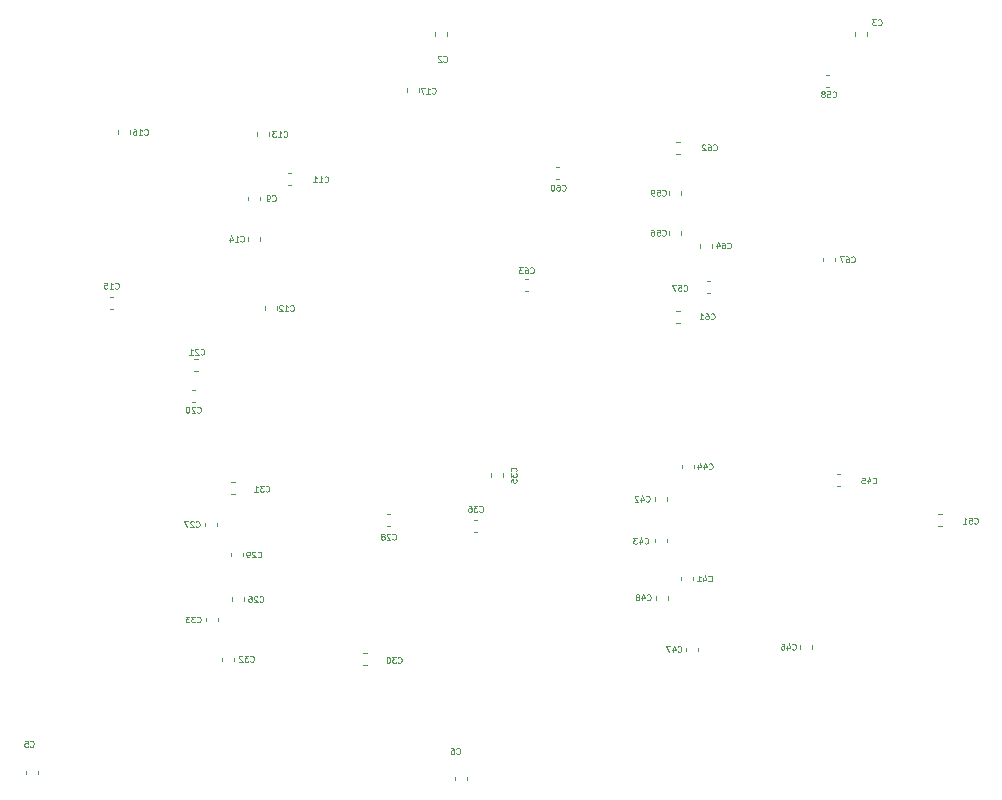
<source format=gbo>
%TF.GenerationSoftware,KiCad,Pcbnew,7.0.1*%
%TF.CreationDate,2023-10-27T14:21:21-05:00*%
%TF.ProjectId,ramn,72616d6e-2e6b-4696-9361-645f70636258,V1.1*%
%TF.SameCoordinates,Original*%
%TF.FileFunction,Legend,Bot*%
%TF.FilePolarity,Positive*%
%FSLAX46Y46*%
G04 Gerber Fmt 4.6, Leading zero omitted, Abs format (unit mm)*
G04 Created by KiCad (PCBNEW 7.0.1) date 2023-10-27 14:21:21*
%MOMM*%
%LPD*%
G01*
G04 APERTURE LIST*
%ADD10C,0.100000*%
%ADD11C,0.120000*%
G04 APERTURE END LIST*
D10*
X62321428Y-94851190D02*
X62345237Y-94875000D01*
X62345237Y-94875000D02*
X62416666Y-94898809D01*
X62416666Y-94898809D02*
X62464285Y-94898809D01*
X62464285Y-94898809D02*
X62535713Y-94875000D01*
X62535713Y-94875000D02*
X62583332Y-94827380D01*
X62583332Y-94827380D02*
X62607142Y-94779761D01*
X62607142Y-94779761D02*
X62630951Y-94684523D01*
X62630951Y-94684523D02*
X62630951Y-94613095D01*
X62630951Y-94613095D02*
X62607142Y-94517857D01*
X62607142Y-94517857D02*
X62583332Y-94470238D01*
X62583332Y-94470238D02*
X62535713Y-94422619D01*
X62535713Y-94422619D02*
X62464285Y-94398809D01*
X62464285Y-94398809D02*
X62416666Y-94398809D01*
X62416666Y-94398809D02*
X62345237Y-94422619D01*
X62345237Y-94422619D02*
X62321428Y-94446428D01*
X62154761Y-94398809D02*
X61845237Y-94398809D01*
X61845237Y-94398809D02*
X62011904Y-94589285D01*
X62011904Y-94589285D02*
X61940475Y-94589285D01*
X61940475Y-94589285D02*
X61892856Y-94613095D01*
X61892856Y-94613095D02*
X61869047Y-94636904D01*
X61869047Y-94636904D02*
X61845237Y-94684523D01*
X61845237Y-94684523D02*
X61845237Y-94803571D01*
X61845237Y-94803571D02*
X61869047Y-94851190D01*
X61869047Y-94851190D02*
X61892856Y-94875000D01*
X61892856Y-94875000D02*
X61940475Y-94898809D01*
X61940475Y-94898809D02*
X62083332Y-94898809D01*
X62083332Y-94898809D02*
X62130951Y-94875000D01*
X62130951Y-94875000D02*
X62154761Y-94851190D01*
X61678571Y-94398809D02*
X61369047Y-94398809D01*
X61369047Y-94398809D02*
X61535714Y-94589285D01*
X61535714Y-94589285D02*
X61464285Y-94589285D01*
X61464285Y-94589285D02*
X61416666Y-94613095D01*
X61416666Y-94613095D02*
X61392857Y-94636904D01*
X61392857Y-94636904D02*
X61369047Y-94684523D01*
X61369047Y-94684523D02*
X61369047Y-94803571D01*
X61369047Y-94803571D02*
X61392857Y-94851190D01*
X61392857Y-94851190D02*
X61416666Y-94875000D01*
X61416666Y-94875000D02*
X61464285Y-94898809D01*
X61464285Y-94898809D02*
X61607142Y-94898809D01*
X61607142Y-94898809D02*
X61654761Y-94875000D01*
X61654761Y-94875000D02*
X61678571Y-94851190D01*
X105656428Y-81876190D02*
X105680237Y-81900000D01*
X105680237Y-81900000D02*
X105751666Y-81923809D01*
X105751666Y-81923809D02*
X105799285Y-81923809D01*
X105799285Y-81923809D02*
X105870713Y-81900000D01*
X105870713Y-81900000D02*
X105918332Y-81852380D01*
X105918332Y-81852380D02*
X105942142Y-81804761D01*
X105942142Y-81804761D02*
X105965951Y-81709523D01*
X105965951Y-81709523D02*
X105965951Y-81638095D01*
X105965951Y-81638095D02*
X105942142Y-81542857D01*
X105942142Y-81542857D02*
X105918332Y-81495238D01*
X105918332Y-81495238D02*
X105870713Y-81447619D01*
X105870713Y-81447619D02*
X105799285Y-81423809D01*
X105799285Y-81423809D02*
X105751666Y-81423809D01*
X105751666Y-81423809D02*
X105680237Y-81447619D01*
X105680237Y-81447619D02*
X105656428Y-81471428D01*
X105227856Y-81590476D02*
X105227856Y-81923809D01*
X105346904Y-81400000D02*
X105465951Y-81757142D01*
X105465951Y-81757142D02*
X105156428Y-81757142D01*
X104751666Y-81590476D02*
X104751666Y-81923809D01*
X104870714Y-81400000D02*
X104989761Y-81757142D01*
X104989761Y-81757142D02*
X104680238Y-81757142D01*
X100421428Y-92983690D02*
X100445237Y-93007500D01*
X100445237Y-93007500D02*
X100516666Y-93031309D01*
X100516666Y-93031309D02*
X100564285Y-93031309D01*
X100564285Y-93031309D02*
X100635713Y-93007500D01*
X100635713Y-93007500D02*
X100683332Y-92959880D01*
X100683332Y-92959880D02*
X100707142Y-92912261D01*
X100707142Y-92912261D02*
X100730951Y-92817023D01*
X100730951Y-92817023D02*
X100730951Y-92745595D01*
X100730951Y-92745595D02*
X100707142Y-92650357D01*
X100707142Y-92650357D02*
X100683332Y-92602738D01*
X100683332Y-92602738D02*
X100635713Y-92555119D01*
X100635713Y-92555119D02*
X100564285Y-92531309D01*
X100564285Y-92531309D02*
X100516666Y-92531309D01*
X100516666Y-92531309D02*
X100445237Y-92555119D01*
X100445237Y-92555119D02*
X100421428Y-92578928D01*
X99992856Y-92697976D02*
X99992856Y-93031309D01*
X100111904Y-92507500D02*
X100230951Y-92864642D01*
X100230951Y-92864642D02*
X99921428Y-92864642D01*
X99659523Y-92745595D02*
X99707142Y-92721785D01*
X99707142Y-92721785D02*
X99730952Y-92697976D01*
X99730952Y-92697976D02*
X99754761Y-92650357D01*
X99754761Y-92650357D02*
X99754761Y-92626547D01*
X99754761Y-92626547D02*
X99730952Y-92578928D01*
X99730952Y-92578928D02*
X99707142Y-92555119D01*
X99707142Y-92555119D02*
X99659523Y-92531309D01*
X99659523Y-92531309D02*
X99564285Y-92531309D01*
X99564285Y-92531309D02*
X99516666Y-92555119D01*
X99516666Y-92555119D02*
X99492857Y-92578928D01*
X99492857Y-92578928D02*
X99469047Y-92626547D01*
X99469047Y-92626547D02*
X99469047Y-92650357D01*
X99469047Y-92650357D02*
X99492857Y-92697976D01*
X99492857Y-92697976D02*
X99516666Y-92721785D01*
X99516666Y-92721785D02*
X99564285Y-92745595D01*
X99564285Y-92745595D02*
X99659523Y-92745595D01*
X99659523Y-92745595D02*
X99707142Y-92769404D01*
X99707142Y-92769404D02*
X99730952Y-92793214D01*
X99730952Y-92793214D02*
X99754761Y-92840833D01*
X99754761Y-92840833D02*
X99754761Y-92936071D01*
X99754761Y-92936071D02*
X99730952Y-92983690D01*
X99730952Y-92983690D02*
X99707142Y-93007500D01*
X99707142Y-93007500D02*
X99659523Y-93031309D01*
X99659523Y-93031309D02*
X99564285Y-93031309D01*
X99564285Y-93031309D02*
X99516666Y-93007500D01*
X99516666Y-93007500D02*
X99492857Y-92983690D01*
X99492857Y-92983690D02*
X99469047Y-92936071D01*
X99469047Y-92936071D02*
X99469047Y-92840833D01*
X99469047Y-92840833D02*
X99492857Y-92793214D01*
X99492857Y-92793214D02*
X99516666Y-92769404D01*
X99516666Y-92769404D02*
X99564285Y-92745595D01*
X128121428Y-86483690D02*
X128145237Y-86507500D01*
X128145237Y-86507500D02*
X128216666Y-86531309D01*
X128216666Y-86531309D02*
X128264285Y-86531309D01*
X128264285Y-86531309D02*
X128335713Y-86507500D01*
X128335713Y-86507500D02*
X128383332Y-86459880D01*
X128383332Y-86459880D02*
X128407142Y-86412261D01*
X128407142Y-86412261D02*
X128430951Y-86317023D01*
X128430951Y-86317023D02*
X128430951Y-86245595D01*
X128430951Y-86245595D02*
X128407142Y-86150357D01*
X128407142Y-86150357D02*
X128383332Y-86102738D01*
X128383332Y-86102738D02*
X128335713Y-86055119D01*
X128335713Y-86055119D02*
X128264285Y-86031309D01*
X128264285Y-86031309D02*
X128216666Y-86031309D01*
X128216666Y-86031309D02*
X128145237Y-86055119D01*
X128145237Y-86055119D02*
X128121428Y-86078928D01*
X127669047Y-86031309D02*
X127907142Y-86031309D01*
X127907142Y-86031309D02*
X127930951Y-86269404D01*
X127930951Y-86269404D02*
X127907142Y-86245595D01*
X127907142Y-86245595D02*
X127859523Y-86221785D01*
X127859523Y-86221785D02*
X127740475Y-86221785D01*
X127740475Y-86221785D02*
X127692856Y-86245595D01*
X127692856Y-86245595D02*
X127669047Y-86269404D01*
X127669047Y-86269404D02*
X127645237Y-86317023D01*
X127645237Y-86317023D02*
X127645237Y-86436071D01*
X127645237Y-86436071D02*
X127669047Y-86483690D01*
X127669047Y-86483690D02*
X127692856Y-86507500D01*
X127692856Y-86507500D02*
X127740475Y-86531309D01*
X127740475Y-86531309D02*
X127859523Y-86531309D01*
X127859523Y-86531309D02*
X127907142Y-86507500D01*
X127907142Y-86507500D02*
X127930951Y-86483690D01*
X127169047Y-86531309D02*
X127454761Y-86531309D01*
X127311904Y-86531309D02*
X127311904Y-86031309D01*
X127311904Y-86031309D02*
X127359523Y-86102738D01*
X127359523Y-86102738D02*
X127407142Y-86150357D01*
X127407142Y-86150357D02*
X127454761Y-86174166D01*
X103521428Y-66783690D02*
X103545237Y-66807500D01*
X103545237Y-66807500D02*
X103616666Y-66831309D01*
X103616666Y-66831309D02*
X103664285Y-66831309D01*
X103664285Y-66831309D02*
X103735713Y-66807500D01*
X103735713Y-66807500D02*
X103783332Y-66759880D01*
X103783332Y-66759880D02*
X103807142Y-66712261D01*
X103807142Y-66712261D02*
X103830951Y-66617023D01*
X103830951Y-66617023D02*
X103830951Y-66545595D01*
X103830951Y-66545595D02*
X103807142Y-66450357D01*
X103807142Y-66450357D02*
X103783332Y-66402738D01*
X103783332Y-66402738D02*
X103735713Y-66355119D01*
X103735713Y-66355119D02*
X103664285Y-66331309D01*
X103664285Y-66331309D02*
X103616666Y-66331309D01*
X103616666Y-66331309D02*
X103545237Y-66355119D01*
X103545237Y-66355119D02*
X103521428Y-66378928D01*
X103069047Y-66331309D02*
X103307142Y-66331309D01*
X103307142Y-66331309D02*
X103330951Y-66569404D01*
X103330951Y-66569404D02*
X103307142Y-66545595D01*
X103307142Y-66545595D02*
X103259523Y-66521785D01*
X103259523Y-66521785D02*
X103140475Y-66521785D01*
X103140475Y-66521785D02*
X103092856Y-66545595D01*
X103092856Y-66545595D02*
X103069047Y-66569404D01*
X103069047Y-66569404D02*
X103045237Y-66617023D01*
X103045237Y-66617023D02*
X103045237Y-66736071D01*
X103045237Y-66736071D02*
X103069047Y-66783690D01*
X103069047Y-66783690D02*
X103092856Y-66807500D01*
X103092856Y-66807500D02*
X103140475Y-66831309D01*
X103140475Y-66831309D02*
X103259523Y-66831309D01*
X103259523Y-66831309D02*
X103307142Y-66807500D01*
X103307142Y-66807500D02*
X103330951Y-66783690D01*
X102878571Y-66331309D02*
X102545238Y-66331309D01*
X102545238Y-66331309D02*
X102759523Y-66831309D01*
X79321428Y-98283690D02*
X79345237Y-98307500D01*
X79345237Y-98307500D02*
X79416666Y-98331309D01*
X79416666Y-98331309D02*
X79464285Y-98331309D01*
X79464285Y-98331309D02*
X79535713Y-98307500D01*
X79535713Y-98307500D02*
X79583332Y-98259880D01*
X79583332Y-98259880D02*
X79607142Y-98212261D01*
X79607142Y-98212261D02*
X79630951Y-98117023D01*
X79630951Y-98117023D02*
X79630951Y-98045595D01*
X79630951Y-98045595D02*
X79607142Y-97950357D01*
X79607142Y-97950357D02*
X79583332Y-97902738D01*
X79583332Y-97902738D02*
X79535713Y-97855119D01*
X79535713Y-97855119D02*
X79464285Y-97831309D01*
X79464285Y-97831309D02*
X79416666Y-97831309D01*
X79416666Y-97831309D02*
X79345237Y-97855119D01*
X79345237Y-97855119D02*
X79321428Y-97878928D01*
X79154761Y-97831309D02*
X78845237Y-97831309D01*
X78845237Y-97831309D02*
X79011904Y-98021785D01*
X79011904Y-98021785D02*
X78940475Y-98021785D01*
X78940475Y-98021785D02*
X78892856Y-98045595D01*
X78892856Y-98045595D02*
X78869047Y-98069404D01*
X78869047Y-98069404D02*
X78845237Y-98117023D01*
X78845237Y-98117023D02*
X78845237Y-98236071D01*
X78845237Y-98236071D02*
X78869047Y-98283690D01*
X78869047Y-98283690D02*
X78892856Y-98307500D01*
X78892856Y-98307500D02*
X78940475Y-98331309D01*
X78940475Y-98331309D02*
X79083332Y-98331309D01*
X79083332Y-98331309D02*
X79130951Y-98307500D01*
X79130951Y-98307500D02*
X79154761Y-98283690D01*
X78535714Y-97831309D02*
X78488095Y-97831309D01*
X78488095Y-97831309D02*
X78440476Y-97855119D01*
X78440476Y-97855119D02*
X78416666Y-97878928D01*
X78416666Y-97878928D02*
X78392857Y-97926547D01*
X78392857Y-97926547D02*
X78369047Y-98021785D01*
X78369047Y-98021785D02*
X78369047Y-98140833D01*
X78369047Y-98140833D02*
X78392857Y-98236071D01*
X78392857Y-98236071D02*
X78416666Y-98283690D01*
X78416666Y-98283690D02*
X78440476Y-98307500D01*
X78440476Y-98307500D02*
X78488095Y-98331309D01*
X78488095Y-98331309D02*
X78535714Y-98331309D01*
X78535714Y-98331309D02*
X78583333Y-98307500D01*
X78583333Y-98307500D02*
X78607142Y-98283690D01*
X78607142Y-98283690D02*
X78630952Y-98236071D01*
X78630952Y-98236071D02*
X78654761Y-98140833D01*
X78654761Y-98140833D02*
X78654761Y-98021785D01*
X78654761Y-98021785D02*
X78630952Y-97926547D01*
X78630952Y-97926547D02*
X78607142Y-97878928D01*
X78607142Y-97878928D02*
X78583333Y-97855119D01*
X78583333Y-97855119D02*
X78535714Y-97831309D01*
X105621428Y-91383690D02*
X105645237Y-91407500D01*
X105645237Y-91407500D02*
X105716666Y-91431309D01*
X105716666Y-91431309D02*
X105764285Y-91431309D01*
X105764285Y-91431309D02*
X105835713Y-91407500D01*
X105835713Y-91407500D02*
X105883332Y-91359880D01*
X105883332Y-91359880D02*
X105907142Y-91312261D01*
X105907142Y-91312261D02*
X105930951Y-91217023D01*
X105930951Y-91217023D02*
X105930951Y-91145595D01*
X105930951Y-91145595D02*
X105907142Y-91050357D01*
X105907142Y-91050357D02*
X105883332Y-91002738D01*
X105883332Y-91002738D02*
X105835713Y-90955119D01*
X105835713Y-90955119D02*
X105764285Y-90931309D01*
X105764285Y-90931309D02*
X105716666Y-90931309D01*
X105716666Y-90931309D02*
X105645237Y-90955119D01*
X105645237Y-90955119D02*
X105621428Y-90978928D01*
X105192856Y-91097976D02*
X105192856Y-91431309D01*
X105311904Y-90907500D02*
X105430951Y-91264642D01*
X105430951Y-91264642D02*
X105121428Y-91264642D01*
X104669047Y-91431309D02*
X104954761Y-91431309D01*
X104811904Y-91431309D02*
X104811904Y-90931309D01*
X104811904Y-90931309D02*
X104859523Y-91002738D01*
X104859523Y-91002738D02*
X104907142Y-91050357D01*
X104907142Y-91050357D02*
X104954761Y-91074166D01*
X106021428Y-54883690D02*
X106045237Y-54907500D01*
X106045237Y-54907500D02*
X106116666Y-54931309D01*
X106116666Y-54931309D02*
X106164285Y-54931309D01*
X106164285Y-54931309D02*
X106235713Y-54907500D01*
X106235713Y-54907500D02*
X106283332Y-54859880D01*
X106283332Y-54859880D02*
X106307142Y-54812261D01*
X106307142Y-54812261D02*
X106330951Y-54717023D01*
X106330951Y-54717023D02*
X106330951Y-54645595D01*
X106330951Y-54645595D02*
X106307142Y-54550357D01*
X106307142Y-54550357D02*
X106283332Y-54502738D01*
X106283332Y-54502738D02*
X106235713Y-54455119D01*
X106235713Y-54455119D02*
X106164285Y-54431309D01*
X106164285Y-54431309D02*
X106116666Y-54431309D01*
X106116666Y-54431309D02*
X106045237Y-54455119D01*
X106045237Y-54455119D02*
X106021428Y-54478928D01*
X105592856Y-54431309D02*
X105688094Y-54431309D01*
X105688094Y-54431309D02*
X105735713Y-54455119D01*
X105735713Y-54455119D02*
X105759523Y-54478928D01*
X105759523Y-54478928D02*
X105807142Y-54550357D01*
X105807142Y-54550357D02*
X105830951Y-54645595D01*
X105830951Y-54645595D02*
X105830951Y-54836071D01*
X105830951Y-54836071D02*
X105807142Y-54883690D01*
X105807142Y-54883690D02*
X105783332Y-54907500D01*
X105783332Y-54907500D02*
X105735713Y-54931309D01*
X105735713Y-54931309D02*
X105640475Y-54931309D01*
X105640475Y-54931309D02*
X105592856Y-54907500D01*
X105592856Y-54907500D02*
X105569047Y-54883690D01*
X105569047Y-54883690D02*
X105545237Y-54836071D01*
X105545237Y-54836071D02*
X105545237Y-54717023D01*
X105545237Y-54717023D02*
X105569047Y-54669404D01*
X105569047Y-54669404D02*
X105592856Y-54645595D01*
X105592856Y-54645595D02*
X105640475Y-54621785D01*
X105640475Y-54621785D02*
X105735713Y-54621785D01*
X105735713Y-54621785D02*
X105783332Y-54645595D01*
X105783332Y-54645595D02*
X105807142Y-54669404D01*
X105807142Y-54669404D02*
X105830951Y-54717023D01*
X105354761Y-54478928D02*
X105330952Y-54455119D01*
X105330952Y-54455119D02*
X105283333Y-54431309D01*
X105283333Y-54431309D02*
X105164285Y-54431309D01*
X105164285Y-54431309D02*
X105116666Y-54455119D01*
X105116666Y-54455119D02*
X105092857Y-54478928D01*
X105092857Y-54478928D02*
X105069047Y-54526547D01*
X105069047Y-54526547D02*
X105069047Y-54574166D01*
X105069047Y-54574166D02*
X105092857Y-54645595D01*
X105092857Y-54645595D02*
X105378571Y-54931309D01*
X105378571Y-54931309D02*
X105069047Y-54931309D01*
X62326428Y-77083690D02*
X62350237Y-77107500D01*
X62350237Y-77107500D02*
X62421666Y-77131309D01*
X62421666Y-77131309D02*
X62469285Y-77131309D01*
X62469285Y-77131309D02*
X62540713Y-77107500D01*
X62540713Y-77107500D02*
X62588332Y-77059880D01*
X62588332Y-77059880D02*
X62612142Y-77012261D01*
X62612142Y-77012261D02*
X62635951Y-76917023D01*
X62635951Y-76917023D02*
X62635951Y-76845595D01*
X62635951Y-76845595D02*
X62612142Y-76750357D01*
X62612142Y-76750357D02*
X62588332Y-76702738D01*
X62588332Y-76702738D02*
X62540713Y-76655119D01*
X62540713Y-76655119D02*
X62469285Y-76631309D01*
X62469285Y-76631309D02*
X62421666Y-76631309D01*
X62421666Y-76631309D02*
X62350237Y-76655119D01*
X62350237Y-76655119D02*
X62326428Y-76678928D01*
X62135951Y-76678928D02*
X62112142Y-76655119D01*
X62112142Y-76655119D02*
X62064523Y-76631309D01*
X62064523Y-76631309D02*
X61945475Y-76631309D01*
X61945475Y-76631309D02*
X61897856Y-76655119D01*
X61897856Y-76655119D02*
X61874047Y-76678928D01*
X61874047Y-76678928D02*
X61850237Y-76726547D01*
X61850237Y-76726547D02*
X61850237Y-76774166D01*
X61850237Y-76774166D02*
X61874047Y-76845595D01*
X61874047Y-76845595D02*
X62159761Y-77131309D01*
X62159761Y-77131309D02*
X61850237Y-77131309D01*
X61540714Y-76631309D02*
X61493095Y-76631309D01*
X61493095Y-76631309D02*
X61445476Y-76655119D01*
X61445476Y-76655119D02*
X61421666Y-76678928D01*
X61421666Y-76678928D02*
X61397857Y-76726547D01*
X61397857Y-76726547D02*
X61374047Y-76821785D01*
X61374047Y-76821785D02*
X61374047Y-76940833D01*
X61374047Y-76940833D02*
X61397857Y-77036071D01*
X61397857Y-77036071D02*
X61421666Y-77083690D01*
X61421666Y-77083690D02*
X61445476Y-77107500D01*
X61445476Y-77107500D02*
X61493095Y-77131309D01*
X61493095Y-77131309D02*
X61540714Y-77131309D01*
X61540714Y-77131309D02*
X61588333Y-77107500D01*
X61588333Y-77107500D02*
X61612142Y-77083690D01*
X61612142Y-77083690D02*
X61635952Y-77036071D01*
X61635952Y-77036071D02*
X61659761Y-76940833D01*
X61659761Y-76940833D02*
X61659761Y-76821785D01*
X61659761Y-76821785D02*
X61635952Y-76726547D01*
X61635952Y-76726547D02*
X61612142Y-76678928D01*
X61612142Y-76678928D02*
X61588333Y-76655119D01*
X61588333Y-76655119D02*
X61540714Y-76631309D01*
X116121428Y-50383690D02*
X116145237Y-50407500D01*
X116145237Y-50407500D02*
X116216666Y-50431309D01*
X116216666Y-50431309D02*
X116264285Y-50431309D01*
X116264285Y-50431309D02*
X116335713Y-50407500D01*
X116335713Y-50407500D02*
X116383332Y-50359880D01*
X116383332Y-50359880D02*
X116407142Y-50312261D01*
X116407142Y-50312261D02*
X116430951Y-50217023D01*
X116430951Y-50217023D02*
X116430951Y-50145595D01*
X116430951Y-50145595D02*
X116407142Y-50050357D01*
X116407142Y-50050357D02*
X116383332Y-50002738D01*
X116383332Y-50002738D02*
X116335713Y-49955119D01*
X116335713Y-49955119D02*
X116264285Y-49931309D01*
X116264285Y-49931309D02*
X116216666Y-49931309D01*
X116216666Y-49931309D02*
X116145237Y-49955119D01*
X116145237Y-49955119D02*
X116121428Y-49978928D01*
X115669047Y-49931309D02*
X115907142Y-49931309D01*
X115907142Y-49931309D02*
X115930951Y-50169404D01*
X115930951Y-50169404D02*
X115907142Y-50145595D01*
X115907142Y-50145595D02*
X115859523Y-50121785D01*
X115859523Y-50121785D02*
X115740475Y-50121785D01*
X115740475Y-50121785D02*
X115692856Y-50145595D01*
X115692856Y-50145595D02*
X115669047Y-50169404D01*
X115669047Y-50169404D02*
X115645237Y-50217023D01*
X115645237Y-50217023D02*
X115645237Y-50336071D01*
X115645237Y-50336071D02*
X115669047Y-50383690D01*
X115669047Y-50383690D02*
X115692856Y-50407500D01*
X115692856Y-50407500D02*
X115740475Y-50431309D01*
X115740475Y-50431309D02*
X115859523Y-50431309D01*
X115859523Y-50431309D02*
X115907142Y-50407500D01*
X115907142Y-50407500D02*
X115930951Y-50383690D01*
X115359523Y-50145595D02*
X115407142Y-50121785D01*
X115407142Y-50121785D02*
X115430952Y-50097976D01*
X115430952Y-50097976D02*
X115454761Y-50050357D01*
X115454761Y-50050357D02*
X115454761Y-50026547D01*
X115454761Y-50026547D02*
X115430952Y-49978928D01*
X115430952Y-49978928D02*
X115407142Y-49955119D01*
X115407142Y-49955119D02*
X115359523Y-49931309D01*
X115359523Y-49931309D02*
X115264285Y-49931309D01*
X115264285Y-49931309D02*
X115216666Y-49955119D01*
X115216666Y-49955119D02*
X115192857Y-49978928D01*
X115192857Y-49978928D02*
X115169047Y-50026547D01*
X115169047Y-50026547D02*
X115169047Y-50050357D01*
X115169047Y-50050357D02*
X115192857Y-50097976D01*
X115192857Y-50097976D02*
X115216666Y-50121785D01*
X115216666Y-50121785D02*
X115264285Y-50145595D01*
X115264285Y-50145595D02*
X115359523Y-50145595D01*
X115359523Y-50145595D02*
X115407142Y-50169404D01*
X115407142Y-50169404D02*
X115430952Y-50193214D01*
X115430952Y-50193214D02*
X115454761Y-50240833D01*
X115454761Y-50240833D02*
X115454761Y-50336071D01*
X115454761Y-50336071D02*
X115430952Y-50383690D01*
X115430952Y-50383690D02*
X115407142Y-50407500D01*
X115407142Y-50407500D02*
X115359523Y-50431309D01*
X115359523Y-50431309D02*
X115264285Y-50431309D01*
X115264285Y-50431309D02*
X115216666Y-50407500D01*
X115216666Y-50407500D02*
X115192857Y-50383690D01*
X115192857Y-50383690D02*
X115169047Y-50336071D01*
X115169047Y-50336071D02*
X115169047Y-50240833D01*
X115169047Y-50240833D02*
X115192857Y-50193214D01*
X115192857Y-50193214D02*
X115216666Y-50169404D01*
X115216666Y-50169404D02*
X115264285Y-50145595D01*
X101696428Y-58713690D02*
X101720237Y-58737500D01*
X101720237Y-58737500D02*
X101791666Y-58761309D01*
X101791666Y-58761309D02*
X101839285Y-58761309D01*
X101839285Y-58761309D02*
X101910713Y-58737500D01*
X101910713Y-58737500D02*
X101958332Y-58689880D01*
X101958332Y-58689880D02*
X101982142Y-58642261D01*
X101982142Y-58642261D02*
X102005951Y-58547023D01*
X102005951Y-58547023D02*
X102005951Y-58475595D01*
X102005951Y-58475595D02*
X101982142Y-58380357D01*
X101982142Y-58380357D02*
X101958332Y-58332738D01*
X101958332Y-58332738D02*
X101910713Y-58285119D01*
X101910713Y-58285119D02*
X101839285Y-58261309D01*
X101839285Y-58261309D02*
X101791666Y-58261309D01*
X101791666Y-58261309D02*
X101720237Y-58285119D01*
X101720237Y-58285119D02*
X101696428Y-58308928D01*
X101244047Y-58261309D02*
X101482142Y-58261309D01*
X101482142Y-58261309D02*
X101505951Y-58499404D01*
X101505951Y-58499404D02*
X101482142Y-58475595D01*
X101482142Y-58475595D02*
X101434523Y-58451785D01*
X101434523Y-58451785D02*
X101315475Y-58451785D01*
X101315475Y-58451785D02*
X101267856Y-58475595D01*
X101267856Y-58475595D02*
X101244047Y-58499404D01*
X101244047Y-58499404D02*
X101220237Y-58547023D01*
X101220237Y-58547023D02*
X101220237Y-58666071D01*
X101220237Y-58666071D02*
X101244047Y-58713690D01*
X101244047Y-58713690D02*
X101267856Y-58737500D01*
X101267856Y-58737500D02*
X101315475Y-58761309D01*
X101315475Y-58761309D02*
X101434523Y-58761309D01*
X101434523Y-58761309D02*
X101482142Y-58737500D01*
X101482142Y-58737500D02*
X101505951Y-58713690D01*
X100982142Y-58761309D02*
X100886904Y-58761309D01*
X100886904Y-58761309D02*
X100839285Y-58737500D01*
X100839285Y-58737500D02*
X100815476Y-58713690D01*
X100815476Y-58713690D02*
X100767857Y-58642261D01*
X100767857Y-58642261D02*
X100744047Y-58547023D01*
X100744047Y-58547023D02*
X100744047Y-58356547D01*
X100744047Y-58356547D02*
X100767857Y-58308928D01*
X100767857Y-58308928D02*
X100791666Y-58285119D01*
X100791666Y-58285119D02*
X100839285Y-58261309D01*
X100839285Y-58261309D02*
X100934523Y-58261309D01*
X100934523Y-58261309D02*
X100982142Y-58285119D01*
X100982142Y-58285119D02*
X101005952Y-58308928D01*
X101005952Y-58308928D02*
X101029761Y-58356547D01*
X101029761Y-58356547D02*
X101029761Y-58475595D01*
X101029761Y-58475595D02*
X101005952Y-58523214D01*
X101005952Y-58523214D02*
X100982142Y-58547023D01*
X100982142Y-58547023D02*
X100934523Y-58570833D01*
X100934523Y-58570833D02*
X100839285Y-58570833D01*
X100839285Y-58570833D02*
X100791666Y-58547023D01*
X100791666Y-58547023D02*
X100767857Y-58523214D01*
X100767857Y-58523214D02*
X100744047Y-58475595D01*
X65996428Y-62613690D02*
X66020237Y-62637500D01*
X66020237Y-62637500D02*
X66091666Y-62661309D01*
X66091666Y-62661309D02*
X66139285Y-62661309D01*
X66139285Y-62661309D02*
X66210713Y-62637500D01*
X66210713Y-62637500D02*
X66258332Y-62589880D01*
X66258332Y-62589880D02*
X66282142Y-62542261D01*
X66282142Y-62542261D02*
X66305951Y-62447023D01*
X66305951Y-62447023D02*
X66305951Y-62375595D01*
X66305951Y-62375595D02*
X66282142Y-62280357D01*
X66282142Y-62280357D02*
X66258332Y-62232738D01*
X66258332Y-62232738D02*
X66210713Y-62185119D01*
X66210713Y-62185119D02*
X66139285Y-62161309D01*
X66139285Y-62161309D02*
X66091666Y-62161309D01*
X66091666Y-62161309D02*
X66020237Y-62185119D01*
X66020237Y-62185119D02*
X65996428Y-62208928D01*
X65520237Y-62661309D02*
X65805951Y-62661309D01*
X65663094Y-62661309D02*
X65663094Y-62161309D01*
X65663094Y-62161309D02*
X65710713Y-62232738D01*
X65710713Y-62232738D02*
X65758332Y-62280357D01*
X65758332Y-62280357D02*
X65805951Y-62304166D01*
X65091666Y-62327976D02*
X65091666Y-62661309D01*
X65210714Y-62137500D02*
X65329761Y-62494642D01*
X65329761Y-62494642D02*
X65020238Y-62494642D01*
X90521428Y-65283690D02*
X90545237Y-65307500D01*
X90545237Y-65307500D02*
X90616666Y-65331309D01*
X90616666Y-65331309D02*
X90664285Y-65331309D01*
X90664285Y-65331309D02*
X90735713Y-65307500D01*
X90735713Y-65307500D02*
X90783332Y-65259880D01*
X90783332Y-65259880D02*
X90807142Y-65212261D01*
X90807142Y-65212261D02*
X90830951Y-65117023D01*
X90830951Y-65117023D02*
X90830951Y-65045595D01*
X90830951Y-65045595D02*
X90807142Y-64950357D01*
X90807142Y-64950357D02*
X90783332Y-64902738D01*
X90783332Y-64902738D02*
X90735713Y-64855119D01*
X90735713Y-64855119D02*
X90664285Y-64831309D01*
X90664285Y-64831309D02*
X90616666Y-64831309D01*
X90616666Y-64831309D02*
X90545237Y-64855119D01*
X90545237Y-64855119D02*
X90521428Y-64878928D01*
X90092856Y-64831309D02*
X90188094Y-64831309D01*
X90188094Y-64831309D02*
X90235713Y-64855119D01*
X90235713Y-64855119D02*
X90259523Y-64878928D01*
X90259523Y-64878928D02*
X90307142Y-64950357D01*
X90307142Y-64950357D02*
X90330951Y-65045595D01*
X90330951Y-65045595D02*
X90330951Y-65236071D01*
X90330951Y-65236071D02*
X90307142Y-65283690D01*
X90307142Y-65283690D02*
X90283332Y-65307500D01*
X90283332Y-65307500D02*
X90235713Y-65331309D01*
X90235713Y-65331309D02*
X90140475Y-65331309D01*
X90140475Y-65331309D02*
X90092856Y-65307500D01*
X90092856Y-65307500D02*
X90069047Y-65283690D01*
X90069047Y-65283690D02*
X90045237Y-65236071D01*
X90045237Y-65236071D02*
X90045237Y-65117023D01*
X90045237Y-65117023D02*
X90069047Y-65069404D01*
X90069047Y-65069404D02*
X90092856Y-65045595D01*
X90092856Y-65045595D02*
X90140475Y-65021785D01*
X90140475Y-65021785D02*
X90235713Y-65021785D01*
X90235713Y-65021785D02*
X90283332Y-65045595D01*
X90283332Y-65045595D02*
X90307142Y-65069404D01*
X90307142Y-65069404D02*
X90330951Y-65117023D01*
X89878571Y-64831309D02*
X89569047Y-64831309D01*
X89569047Y-64831309D02*
X89735714Y-65021785D01*
X89735714Y-65021785D02*
X89664285Y-65021785D01*
X89664285Y-65021785D02*
X89616666Y-65045595D01*
X89616666Y-65045595D02*
X89592857Y-65069404D01*
X89592857Y-65069404D02*
X89569047Y-65117023D01*
X89569047Y-65117023D02*
X89569047Y-65236071D01*
X89569047Y-65236071D02*
X89592857Y-65283690D01*
X89592857Y-65283690D02*
X89616666Y-65307500D01*
X89616666Y-65307500D02*
X89664285Y-65331309D01*
X89664285Y-65331309D02*
X89807142Y-65331309D01*
X89807142Y-65331309D02*
X89854761Y-65307500D01*
X89854761Y-65307500D02*
X89878571Y-65283690D01*
X105821428Y-69183690D02*
X105845237Y-69207500D01*
X105845237Y-69207500D02*
X105916666Y-69231309D01*
X105916666Y-69231309D02*
X105964285Y-69231309D01*
X105964285Y-69231309D02*
X106035713Y-69207500D01*
X106035713Y-69207500D02*
X106083332Y-69159880D01*
X106083332Y-69159880D02*
X106107142Y-69112261D01*
X106107142Y-69112261D02*
X106130951Y-69017023D01*
X106130951Y-69017023D02*
X106130951Y-68945595D01*
X106130951Y-68945595D02*
X106107142Y-68850357D01*
X106107142Y-68850357D02*
X106083332Y-68802738D01*
X106083332Y-68802738D02*
X106035713Y-68755119D01*
X106035713Y-68755119D02*
X105964285Y-68731309D01*
X105964285Y-68731309D02*
X105916666Y-68731309D01*
X105916666Y-68731309D02*
X105845237Y-68755119D01*
X105845237Y-68755119D02*
X105821428Y-68778928D01*
X105392856Y-68731309D02*
X105488094Y-68731309D01*
X105488094Y-68731309D02*
X105535713Y-68755119D01*
X105535713Y-68755119D02*
X105559523Y-68778928D01*
X105559523Y-68778928D02*
X105607142Y-68850357D01*
X105607142Y-68850357D02*
X105630951Y-68945595D01*
X105630951Y-68945595D02*
X105630951Y-69136071D01*
X105630951Y-69136071D02*
X105607142Y-69183690D01*
X105607142Y-69183690D02*
X105583332Y-69207500D01*
X105583332Y-69207500D02*
X105535713Y-69231309D01*
X105535713Y-69231309D02*
X105440475Y-69231309D01*
X105440475Y-69231309D02*
X105392856Y-69207500D01*
X105392856Y-69207500D02*
X105369047Y-69183690D01*
X105369047Y-69183690D02*
X105345237Y-69136071D01*
X105345237Y-69136071D02*
X105345237Y-69017023D01*
X105345237Y-69017023D02*
X105369047Y-68969404D01*
X105369047Y-68969404D02*
X105392856Y-68945595D01*
X105392856Y-68945595D02*
X105440475Y-68921785D01*
X105440475Y-68921785D02*
X105535713Y-68921785D01*
X105535713Y-68921785D02*
X105583332Y-68945595D01*
X105583332Y-68945595D02*
X105607142Y-68969404D01*
X105607142Y-68969404D02*
X105630951Y-69017023D01*
X104869047Y-69231309D02*
X105154761Y-69231309D01*
X105011904Y-69231309D02*
X105011904Y-68731309D01*
X105011904Y-68731309D02*
X105059523Y-68802738D01*
X105059523Y-68802738D02*
X105107142Y-68850357D01*
X105107142Y-68850357D02*
X105154761Y-68874166D01*
X62621428Y-72183690D02*
X62645237Y-72207500D01*
X62645237Y-72207500D02*
X62716666Y-72231309D01*
X62716666Y-72231309D02*
X62764285Y-72231309D01*
X62764285Y-72231309D02*
X62835713Y-72207500D01*
X62835713Y-72207500D02*
X62883332Y-72159880D01*
X62883332Y-72159880D02*
X62907142Y-72112261D01*
X62907142Y-72112261D02*
X62930951Y-72017023D01*
X62930951Y-72017023D02*
X62930951Y-71945595D01*
X62930951Y-71945595D02*
X62907142Y-71850357D01*
X62907142Y-71850357D02*
X62883332Y-71802738D01*
X62883332Y-71802738D02*
X62835713Y-71755119D01*
X62835713Y-71755119D02*
X62764285Y-71731309D01*
X62764285Y-71731309D02*
X62716666Y-71731309D01*
X62716666Y-71731309D02*
X62645237Y-71755119D01*
X62645237Y-71755119D02*
X62621428Y-71778928D01*
X62430951Y-71778928D02*
X62407142Y-71755119D01*
X62407142Y-71755119D02*
X62359523Y-71731309D01*
X62359523Y-71731309D02*
X62240475Y-71731309D01*
X62240475Y-71731309D02*
X62192856Y-71755119D01*
X62192856Y-71755119D02*
X62169047Y-71778928D01*
X62169047Y-71778928D02*
X62145237Y-71826547D01*
X62145237Y-71826547D02*
X62145237Y-71874166D01*
X62145237Y-71874166D02*
X62169047Y-71945595D01*
X62169047Y-71945595D02*
X62454761Y-72231309D01*
X62454761Y-72231309D02*
X62145237Y-72231309D01*
X61669047Y-72231309D02*
X61954761Y-72231309D01*
X61811904Y-72231309D02*
X61811904Y-71731309D01*
X61811904Y-71731309D02*
X61859523Y-71802738D01*
X61859523Y-71802738D02*
X61907142Y-71850357D01*
X61907142Y-71850357D02*
X61954761Y-71874166D01*
X48183333Y-105383690D02*
X48207142Y-105407500D01*
X48207142Y-105407500D02*
X48278571Y-105431309D01*
X48278571Y-105431309D02*
X48326190Y-105431309D01*
X48326190Y-105431309D02*
X48397618Y-105407500D01*
X48397618Y-105407500D02*
X48445237Y-105359880D01*
X48445237Y-105359880D02*
X48469047Y-105312261D01*
X48469047Y-105312261D02*
X48492856Y-105217023D01*
X48492856Y-105217023D02*
X48492856Y-105145595D01*
X48492856Y-105145595D02*
X48469047Y-105050357D01*
X48469047Y-105050357D02*
X48445237Y-105002738D01*
X48445237Y-105002738D02*
X48397618Y-104955119D01*
X48397618Y-104955119D02*
X48326190Y-104931309D01*
X48326190Y-104931309D02*
X48278571Y-104931309D01*
X48278571Y-104931309D02*
X48207142Y-104955119D01*
X48207142Y-104955119D02*
X48183333Y-104978928D01*
X47730952Y-104931309D02*
X47969047Y-104931309D01*
X47969047Y-104931309D02*
X47992856Y-105169404D01*
X47992856Y-105169404D02*
X47969047Y-105145595D01*
X47969047Y-105145595D02*
X47921428Y-105121785D01*
X47921428Y-105121785D02*
X47802380Y-105121785D01*
X47802380Y-105121785D02*
X47754761Y-105145595D01*
X47754761Y-105145595D02*
X47730952Y-105169404D01*
X47730952Y-105169404D02*
X47707142Y-105217023D01*
X47707142Y-105217023D02*
X47707142Y-105336071D01*
X47707142Y-105336071D02*
X47730952Y-105383690D01*
X47730952Y-105383690D02*
X47754761Y-105407500D01*
X47754761Y-105407500D02*
X47802380Y-105431309D01*
X47802380Y-105431309D02*
X47921428Y-105431309D01*
X47921428Y-105431309D02*
X47969047Y-105407500D01*
X47969047Y-105407500D02*
X47992856Y-105383690D01*
X68121428Y-83783690D02*
X68145237Y-83807500D01*
X68145237Y-83807500D02*
X68216666Y-83831309D01*
X68216666Y-83831309D02*
X68264285Y-83831309D01*
X68264285Y-83831309D02*
X68335713Y-83807500D01*
X68335713Y-83807500D02*
X68383332Y-83759880D01*
X68383332Y-83759880D02*
X68407142Y-83712261D01*
X68407142Y-83712261D02*
X68430951Y-83617023D01*
X68430951Y-83617023D02*
X68430951Y-83545595D01*
X68430951Y-83545595D02*
X68407142Y-83450357D01*
X68407142Y-83450357D02*
X68383332Y-83402738D01*
X68383332Y-83402738D02*
X68335713Y-83355119D01*
X68335713Y-83355119D02*
X68264285Y-83331309D01*
X68264285Y-83331309D02*
X68216666Y-83331309D01*
X68216666Y-83331309D02*
X68145237Y-83355119D01*
X68145237Y-83355119D02*
X68121428Y-83378928D01*
X67954761Y-83331309D02*
X67645237Y-83331309D01*
X67645237Y-83331309D02*
X67811904Y-83521785D01*
X67811904Y-83521785D02*
X67740475Y-83521785D01*
X67740475Y-83521785D02*
X67692856Y-83545595D01*
X67692856Y-83545595D02*
X67669047Y-83569404D01*
X67669047Y-83569404D02*
X67645237Y-83617023D01*
X67645237Y-83617023D02*
X67645237Y-83736071D01*
X67645237Y-83736071D02*
X67669047Y-83783690D01*
X67669047Y-83783690D02*
X67692856Y-83807500D01*
X67692856Y-83807500D02*
X67740475Y-83831309D01*
X67740475Y-83831309D02*
X67883332Y-83831309D01*
X67883332Y-83831309D02*
X67930951Y-83807500D01*
X67930951Y-83807500D02*
X67954761Y-83783690D01*
X67169047Y-83831309D02*
X67454761Y-83831309D01*
X67311904Y-83831309D02*
X67311904Y-83331309D01*
X67311904Y-83331309D02*
X67359523Y-83402738D01*
X67359523Y-83402738D02*
X67407142Y-83450357D01*
X67407142Y-83450357D02*
X67454761Y-83474166D01*
X107221428Y-63183690D02*
X107245237Y-63207500D01*
X107245237Y-63207500D02*
X107316666Y-63231309D01*
X107316666Y-63231309D02*
X107364285Y-63231309D01*
X107364285Y-63231309D02*
X107435713Y-63207500D01*
X107435713Y-63207500D02*
X107483332Y-63159880D01*
X107483332Y-63159880D02*
X107507142Y-63112261D01*
X107507142Y-63112261D02*
X107530951Y-63017023D01*
X107530951Y-63017023D02*
X107530951Y-62945595D01*
X107530951Y-62945595D02*
X107507142Y-62850357D01*
X107507142Y-62850357D02*
X107483332Y-62802738D01*
X107483332Y-62802738D02*
X107435713Y-62755119D01*
X107435713Y-62755119D02*
X107364285Y-62731309D01*
X107364285Y-62731309D02*
X107316666Y-62731309D01*
X107316666Y-62731309D02*
X107245237Y-62755119D01*
X107245237Y-62755119D02*
X107221428Y-62778928D01*
X106792856Y-62731309D02*
X106888094Y-62731309D01*
X106888094Y-62731309D02*
X106935713Y-62755119D01*
X106935713Y-62755119D02*
X106959523Y-62778928D01*
X106959523Y-62778928D02*
X107007142Y-62850357D01*
X107007142Y-62850357D02*
X107030951Y-62945595D01*
X107030951Y-62945595D02*
X107030951Y-63136071D01*
X107030951Y-63136071D02*
X107007142Y-63183690D01*
X107007142Y-63183690D02*
X106983332Y-63207500D01*
X106983332Y-63207500D02*
X106935713Y-63231309D01*
X106935713Y-63231309D02*
X106840475Y-63231309D01*
X106840475Y-63231309D02*
X106792856Y-63207500D01*
X106792856Y-63207500D02*
X106769047Y-63183690D01*
X106769047Y-63183690D02*
X106745237Y-63136071D01*
X106745237Y-63136071D02*
X106745237Y-63017023D01*
X106745237Y-63017023D02*
X106769047Y-62969404D01*
X106769047Y-62969404D02*
X106792856Y-62945595D01*
X106792856Y-62945595D02*
X106840475Y-62921785D01*
X106840475Y-62921785D02*
X106935713Y-62921785D01*
X106935713Y-62921785D02*
X106983332Y-62945595D01*
X106983332Y-62945595D02*
X107007142Y-62969404D01*
X107007142Y-62969404D02*
X107030951Y-63017023D01*
X106316666Y-62897976D02*
X106316666Y-63231309D01*
X106435714Y-62707500D02*
X106554761Y-63064642D01*
X106554761Y-63064642D02*
X106245238Y-63064642D01*
X62221428Y-86776190D02*
X62245237Y-86800000D01*
X62245237Y-86800000D02*
X62316666Y-86823809D01*
X62316666Y-86823809D02*
X62364285Y-86823809D01*
X62364285Y-86823809D02*
X62435713Y-86800000D01*
X62435713Y-86800000D02*
X62483332Y-86752380D01*
X62483332Y-86752380D02*
X62507142Y-86704761D01*
X62507142Y-86704761D02*
X62530951Y-86609523D01*
X62530951Y-86609523D02*
X62530951Y-86538095D01*
X62530951Y-86538095D02*
X62507142Y-86442857D01*
X62507142Y-86442857D02*
X62483332Y-86395238D01*
X62483332Y-86395238D02*
X62435713Y-86347619D01*
X62435713Y-86347619D02*
X62364285Y-86323809D01*
X62364285Y-86323809D02*
X62316666Y-86323809D01*
X62316666Y-86323809D02*
X62245237Y-86347619D01*
X62245237Y-86347619D02*
X62221428Y-86371428D01*
X62030951Y-86371428D02*
X62007142Y-86347619D01*
X62007142Y-86347619D02*
X61959523Y-86323809D01*
X61959523Y-86323809D02*
X61840475Y-86323809D01*
X61840475Y-86323809D02*
X61792856Y-86347619D01*
X61792856Y-86347619D02*
X61769047Y-86371428D01*
X61769047Y-86371428D02*
X61745237Y-86419047D01*
X61745237Y-86419047D02*
X61745237Y-86466666D01*
X61745237Y-86466666D02*
X61769047Y-86538095D01*
X61769047Y-86538095D02*
X62054761Y-86823809D01*
X62054761Y-86823809D02*
X61745237Y-86823809D01*
X61578571Y-86323809D02*
X61245238Y-86323809D01*
X61245238Y-86323809D02*
X61459523Y-86823809D01*
X66821428Y-98183690D02*
X66845237Y-98207500D01*
X66845237Y-98207500D02*
X66916666Y-98231309D01*
X66916666Y-98231309D02*
X66964285Y-98231309D01*
X66964285Y-98231309D02*
X67035713Y-98207500D01*
X67035713Y-98207500D02*
X67083332Y-98159880D01*
X67083332Y-98159880D02*
X67107142Y-98112261D01*
X67107142Y-98112261D02*
X67130951Y-98017023D01*
X67130951Y-98017023D02*
X67130951Y-97945595D01*
X67130951Y-97945595D02*
X67107142Y-97850357D01*
X67107142Y-97850357D02*
X67083332Y-97802738D01*
X67083332Y-97802738D02*
X67035713Y-97755119D01*
X67035713Y-97755119D02*
X66964285Y-97731309D01*
X66964285Y-97731309D02*
X66916666Y-97731309D01*
X66916666Y-97731309D02*
X66845237Y-97755119D01*
X66845237Y-97755119D02*
X66821428Y-97778928D01*
X66654761Y-97731309D02*
X66345237Y-97731309D01*
X66345237Y-97731309D02*
X66511904Y-97921785D01*
X66511904Y-97921785D02*
X66440475Y-97921785D01*
X66440475Y-97921785D02*
X66392856Y-97945595D01*
X66392856Y-97945595D02*
X66369047Y-97969404D01*
X66369047Y-97969404D02*
X66345237Y-98017023D01*
X66345237Y-98017023D02*
X66345237Y-98136071D01*
X66345237Y-98136071D02*
X66369047Y-98183690D01*
X66369047Y-98183690D02*
X66392856Y-98207500D01*
X66392856Y-98207500D02*
X66440475Y-98231309D01*
X66440475Y-98231309D02*
X66583332Y-98231309D01*
X66583332Y-98231309D02*
X66630951Y-98207500D01*
X66630951Y-98207500D02*
X66654761Y-98183690D01*
X66154761Y-97778928D02*
X66130952Y-97755119D01*
X66130952Y-97755119D02*
X66083333Y-97731309D01*
X66083333Y-97731309D02*
X65964285Y-97731309D01*
X65964285Y-97731309D02*
X65916666Y-97755119D01*
X65916666Y-97755119D02*
X65892857Y-97778928D01*
X65892857Y-97778928D02*
X65869047Y-97826547D01*
X65869047Y-97826547D02*
X65869047Y-97874166D01*
X65869047Y-97874166D02*
X65892857Y-97945595D01*
X65892857Y-97945595D02*
X66178571Y-98231309D01*
X66178571Y-98231309D02*
X65869047Y-98231309D01*
X82221428Y-50083690D02*
X82245237Y-50107500D01*
X82245237Y-50107500D02*
X82316666Y-50131309D01*
X82316666Y-50131309D02*
X82364285Y-50131309D01*
X82364285Y-50131309D02*
X82435713Y-50107500D01*
X82435713Y-50107500D02*
X82483332Y-50059880D01*
X82483332Y-50059880D02*
X82507142Y-50012261D01*
X82507142Y-50012261D02*
X82530951Y-49917023D01*
X82530951Y-49917023D02*
X82530951Y-49845595D01*
X82530951Y-49845595D02*
X82507142Y-49750357D01*
X82507142Y-49750357D02*
X82483332Y-49702738D01*
X82483332Y-49702738D02*
X82435713Y-49655119D01*
X82435713Y-49655119D02*
X82364285Y-49631309D01*
X82364285Y-49631309D02*
X82316666Y-49631309D01*
X82316666Y-49631309D02*
X82245237Y-49655119D01*
X82245237Y-49655119D02*
X82221428Y-49678928D01*
X81745237Y-50131309D02*
X82030951Y-50131309D01*
X81888094Y-50131309D02*
X81888094Y-49631309D01*
X81888094Y-49631309D02*
X81935713Y-49702738D01*
X81935713Y-49702738D02*
X81983332Y-49750357D01*
X81983332Y-49750357D02*
X82030951Y-49774166D01*
X81578571Y-49631309D02*
X81245238Y-49631309D01*
X81245238Y-49631309D02*
X81459523Y-50131309D01*
X57856428Y-53576190D02*
X57880237Y-53600000D01*
X57880237Y-53600000D02*
X57951666Y-53623809D01*
X57951666Y-53623809D02*
X57999285Y-53623809D01*
X57999285Y-53623809D02*
X58070713Y-53600000D01*
X58070713Y-53600000D02*
X58118332Y-53552380D01*
X58118332Y-53552380D02*
X58142142Y-53504761D01*
X58142142Y-53504761D02*
X58165951Y-53409523D01*
X58165951Y-53409523D02*
X58165951Y-53338095D01*
X58165951Y-53338095D02*
X58142142Y-53242857D01*
X58142142Y-53242857D02*
X58118332Y-53195238D01*
X58118332Y-53195238D02*
X58070713Y-53147619D01*
X58070713Y-53147619D02*
X57999285Y-53123809D01*
X57999285Y-53123809D02*
X57951666Y-53123809D01*
X57951666Y-53123809D02*
X57880237Y-53147619D01*
X57880237Y-53147619D02*
X57856428Y-53171428D01*
X57380237Y-53623809D02*
X57665951Y-53623809D01*
X57523094Y-53623809D02*
X57523094Y-53123809D01*
X57523094Y-53123809D02*
X57570713Y-53195238D01*
X57570713Y-53195238D02*
X57618332Y-53242857D01*
X57618332Y-53242857D02*
X57665951Y-53266666D01*
X56951666Y-53123809D02*
X57046904Y-53123809D01*
X57046904Y-53123809D02*
X57094523Y-53147619D01*
X57094523Y-53147619D02*
X57118333Y-53171428D01*
X57118333Y-53171428D02*
X57165952Y-53242857D01*
X57165952Y-53242857D02*
X57189761Y-53338095D01*
X57189761Y-53338095D02*
X57189761Y-53528571D01*
X57189761Y-53528571D02*
X57165952Y-53576190D01*
X57165952Y-53576190D02*
X57142142Y-53600000D01*
X57142142Y-53600000D02*
X57094523Y-53623809D01*
X57094523Y-53623809D02*
X56999285Y-53623809D01*
X56999285Y-53623809D02*
X56951666Y-53600000D01*
X56951666Y-53600000D02*
X56927857Y-53576190D01*
X56927857Y-53576190D02*
X56904047Y-53528571D01*
X56904047Y-53528571D02*
X56904047Y-53409523D01*
X56904047Y-53409523D02*
X56927857Y-53361904D01*
X56927857Y-53361904D02*
X56951666Y-53338095D01*
X56951666Y-53338095D02*
X56999285Y-53314285D01*
X56999285Y-53314285D02*
X57094523Y-53314285D01*
X57094523Y-53314285D02*
X57142142Y-53338095D01*
X57142142Y-53338095D02*
X57165952Y-53361904D01*
X57165952Y-53361904D02*
X57189761Y-53409523D01*
X89318690Y-82108571D02*
X89342500Y-82084762D01*
X89342500Y-82084762D02*
X89366309Y-82013333D01*
X89366309Y-82013333D02*
X89366309Y-81965714D01*
X89366309Y-81965714D02*
X89342500Y-81894286D01*
X89342500Y-81894286D02*
X89294880Y-81846667D01*
X89294880Y-81846667D02*
X89247261Y-81822857D01*
X89247261Y-81822857D02*
X89152023Y-81799048D01*
X89152023Y-81799048D02*
X89080595Y-81799048D01*
X89080595Y-81799048D02*
X88985357Y-81822857D01*
X88985357Y-81822857D02*
X88937738Y-81846667D01*
X88937738Y-81846667D02*
X88890119Y-81894286D01*
X88890119Y-81894286D02*
X88866309Y-81965714D01*
X88866309Y-81965714D02*
X88866309Y-82013333D01*
X88866309Y-82013333D02*
X88890119Y-82084762D01*
X88890119Y-82084762D02*
X88913928Y-82108571D01*
X88866309Y-82275238D02*
X88866309Y-82584762D01*
X88866309Y-82584762D02*
X89056785Y-82418095D01*
X89056785Y-82418095D02*
X89056785Y-82489524D01*
X89056785Y-82489524D02*
X89080595Y-82537143D01*
X89080595Y-82537143D02*
X89104404Y-82560952D01*
X89104404Y-82560952D02*
X89152023Y-82584762D01*
X89152023Y-82584762D02*
X89271071Y-82584762D01*
X89271071Y-82584762D02*
X89318690Y-82560952D01*
X89318690Y-82560952D02*
X89342500Y-82537143D01*
X89342500Y-82537143D02*
X89366309Y-82489524D01*
X89366309Y-82489524D02*
X89366309Y-82346667D01*
X89366309Y-82346667D02*
X89342500Y-82299048D01*
X89342500Y-82299048D02*
X89318690Y-82275238D01*
X88866309Y-83037142D02*
X88866309Y-82799047D01*
X88866309Y-82799047D02*
X89104404Y-82775238D01*
X89104404Y-82775238D02*
X89080595Y-82799047D01*
X89080595Y-82799047D02*
X89056785Y-82846666D01*
X89056785Y-82846666D02*
X89056785Y-82965714D01*
X89056785Y-82965714D02*
X89080595Y-83013333D01*
X89080595Y-83013333D02*
X89104404Y-83037142D01*
X89104404Y-83037142D02*
X89152023Y-83060952D01*
X89152023Y-83060952D02*
X89271071Y-83060952D01*
X89271071Y-83060952D02*
X89318690Y-83037142D01*
X89318690Y-83037142D02*
X89342500Y-83013333D01*
X89342500Y-83013333D02*
X89366309Y-82965714D01*
X89366309Y-82965714D02*
X89366309Y-82846666D01*
X89366309Y-82846666D02*
X89342500Y-82799047D01*
X89342500Y-82799047D02*
X89318690Y-82775238D01*
X86226428Y-85483690D02*
X86250237Y-85507500D01*
X86250237Y-85507500D02*
X86321666Y-85531309D01*
X86321666Y-85531309D02*
X86369285Y-85531309D01*
X86369285Y-85531309D02*
X86440713Y-85507500D01*
X86440713Y-85507500D02*
X86488332Y-85459880D01*
X86488332Y-85459880D02*
X86512142Y-85412261D01*
X86512142Y-85412261D02*
X86535951Y-85317023D01*
X86535951Y-85317023D02*
X86535951Y-85245595D01*
X86535951Y-85245595D02*
X86512142Y-85150357D01*
X86512142Y-85150357D02*
X86488332Y-85102738D01*
X86488332Y-85102738D02*
X86440713Y-85055119D01*
X86440713Y-85055119D02*
X86369285Y-85031309D01*
X86369285Y-85031309D02*
X86321666Y-85031309D01*
X86321666Y-85031309D02*
X86250237Y-85055119D01*
X86250237Y-85055119D02*
X86226428Y-85078928D01*
X86059761Y-85031309D02*
X85750237Y-85031309D01*
X85750237Y-85031309D02*
X85916904Y-85221785D01*
X85916904Y-85221785D02*
X85845475Y-85221785D01*
X85845475Y-85221785D02*
X85797856Y-85245595D01*
X85797856Y-85245595D02*
X85774047Y-85269404D01*
X85774047Y-85269404D02*
X85750237Y-85317023D01*
X85750237Y-85317023D02*
X85750237Y-85436071D01*
X85750237Y-85436071D02*
X85774047Y-85483690D01*
X85774047Y-85483690D02*
X85797856Y-85507500D01*
X85797856Y-85507500D02*
X85845475Y-85531309D01*
X85845475Y-85531309D02*
X85988332Y-85531309D01*
X85988332Y-85531309D02*
X86035951Y-85507500D01*
X86035951Y-85507500D02*
X86059761Y-85483690D01*
X85321666Y-85031309D02*
X85416904Y-85031309D01*
X85416904Y-85031309D02*
X85464523Y-85055119D01*
X85464523Y-85055119D02*
X85488333Y-85078928D01*
X85488333Y-85078928D02*
X85535952Y-85150357D01*
X85535952Y-85150357D02*
X85559761Y-85245595D01*
X85559761Y-85245595D02*
X85559761Y-85436071D01*
X85559761Y-85436071D02*
X85535952Y-85483690D01*
X85535952Y-85483690D02*
X85512142Y-85507500D01*
X85512142Y-85507500D02*
X85464523Y-85531309D01*
X85464523Y-85531309D02*
X85369285Y-85531309D01*
X85369285Y-85531309D02*
X85321666Y-85507500D01*
X85321666Y-85507500D02*
X85297857Y-85483690D01*
X85297857Y-85483690D02*
X85274047Y-85436071D01*
X85274047Y-85436071D02*
X85274047Y-85317023D01*
X85274047Y-85317023D02*
X85297857Y-85269404D01*
X85297857Y-85269404D02*
X85321666Y-85245595D01*
X85321666Y-85245595D02*
X85369285Y-85221785D01*
X85369285Y-85221785D02*
X85464523Y-85221785D01*
X85464523Y-85221785D02*
X85512142Y-85245595D01*
X85512142Y-85245595D02*
X85535952Y-85269404D01*
X85535952Y-85269404D02*
X85559761Y-85317023D01*
X70221428Y-68483690D02*
X70245237Y-68507500D01*
X70245237Y-68507500D02*
X70316666Y-68531309D01*
X70316666Y-68531309D02*
X70364285Y-68531309D01*
X70364285Y-68531309D02*
X70435713Y-68507500D01*
X70435713Y-68507500D02*
X70483332Y-68459880D01*
X70483332Y-68459880D02*
X70507142Y-68412261D01*
X70507142Y-68412261D02*
X70530951Y-68317023D01*
X70530951Y-68317023D02*
X70530951Y-68245595D01*
X70530951Y-68245595D02*
X70507142Y-68150357D01*
X70507142Y-68150357D02*
X70483332Y-68102738D01*
X70483332Y-68102738D02*
X70435713Y-68055119D01*
X70435713Y-68055119D02*
X70364285Y-68031309D01*
X70364285Y-68031309D02*
X70316666Y-68031309D01*
X70316666Y-68031309D02*
X70245237Y-68055119D01*
X70245237Y-68055119D02*
X70221428Y-68078928D01*
X69745237Y-68531309D02*
X70030951Y-68531309D01*
X69888094Y-68531309D02*
X69888094Y-68031309D01*
X69888094Y-68031309D02*
X69935713Y-68102738D01*
X69935713Y-68102738D02*
X69983332Y-68150357D01*
X69983332Y-68150357D02*
X70030951Y-68174166D01*
X69554761Y-68078928D02*
X69530952Y-68055119D01*
X69530952Y-68055119D02*
X69483333Y-68031309D01*
X69483333Y-68031309D02*
X69364285Y-68031309D01*
X69364285Y-68031309D02*
X69316666Y-68055119D01*
X69316666Y-68055119D02*
X69292857Y-68078928D01*
X69292857Y-68078928D02*
X69269047Y-68126547D01*
X69269047Y-68126547D02*
X69269047Y-68174166D01*
X69269047Y-68174166D02*
X69292857Y-68245595D01*
X69292857Y-68245595D02*
X69578571Y-68531309D01*
X69578571Y-68531309D02*
X69269047Y-68531309D01*
X83183333Y-47383690D02*
X83207142Y-47407500D01*
X83207142Y-47407500D02*
X83278571Y-47431309D01*
X83278571Y-47431309D02*
X83326190Y-47431309D01*
X83326190Y-47431309D02*
X83397618Y-47407500D01*
X83397618Y-47407500D02*
X83445237Y-47359880D01*
X83445237Y-47359880D02*
X83469047Y-47312261D01*
X83469047Y-47312261D02*
X83492856Y-47217023D01*
X83492856Y-47217023D02*
X83492856Y-47145595D01*
X83492856Y-47145595D02*
X83469047Y-47050357D01*
X83469047Y-47050357D02*
X83445237Y-47002738D01*
X83445237Y-47002738D02*
X83397618Y-46955119D01*
X83397618Y-46955119D02*
X83326190Y-46931309D01*
X83326190Y-46931309D02*
X83278571Y-46931309D01*
X83278571Y-46931309D02*
X83207142Y-46955119D01*
X83207142Y-46955119D02*
X83183333Y-46978928D01*
X82992856Y-46978928D02*
X82969047Y-46955119D01*
X82969047Y-46955119D02*
X82921428Y-46931309D01*
X82921428Y-46931309D02*
X82802380Y-46931309D01*
X82802380Y-46931309D02*
X82754761Y-46955119D01*
X82754761Y-46955119D02*
X82730952Y-46978928D01*
X82730952Y-46978928D02*
X82707142Y-47026547D01*
X82707142Y-47026547D02*
X82707142Y-47074166D01*
X82707142Y-47074166D02*
X82730952Y-47145595D01*
X82730952Y-47145595D02*
X83016666Y-47431309D01*
X83016666Y-47431309D02*
X82707142Y-47431309D01*
X67456428Y-89351190D02*
X67480237Y-89375000D01*
X67480237Y-89375000D02*
X67551666Y-89398809D01*
X67551666Y-89398809D02*
X67599285Y-89398809D01*
X67599285Y-89398809D02*
X67670713Y-89375000D01*
X67670713Y-89375000D02*
X67718332Y-89327380D01*
X67718332Y-89327380D02*
X67742142Y-89279761D01*
X67742142Y-89279761D02*
X67765951Y-89184523D01*
X67765951Y-89184523D02*
X67765951Y-89113095D01*
X67765951Y-89113095D02*
X67742142Y-89017857D01*
X67742142Y-89017857D02*
X67718332Y-88970238D01*
X67718332Y-88970238D02*
X67670713Y-88922619D01*
X67670713Y-88922619D02*
X67599285Y-88898809D01*
X67599285Y-88898809D02*
X67551666Y-88898809D01*
X67551666Y-88898809D02*
X67480237Y-88922619D01*
X67480237Y-88922619D02*
X67456428Y-88946428D01*
X67265951Y-88946428D02*
X67242142Y-88922619D01*
X67242142Y-88922619D02*
X67194523Y-88898809D01*
X67194523Y-88898809D02*
X67075475Y-88898809D01*
X67075475Y-88898809D02*
X67027856Y-88922619D01*
X67027856Y-88922619D02*
X67004047Y-88946428D01*
X67004047Y-88946428D02*
X66980237Y-88994047D01*
X66980237Y-88994047D02*
X66980237Y-89041666D01*
X66980237Y-89041666D02*
X67004047Y-89113095D01*
X67004047Y-89113095D02*
X67289761Y-89398809D01*
X67289761Y-89398809D02*
X66980237Y-89398809D01*
X66742142Y-89398809D02*
X66646904Y-89398809D01*
X66646904Y-89398809D02*
X66599285Y-89375000D01*
X66599285Y-89375000D02*
X66575476Y-89351190D01*
X66575476Y-89351190D02*
X66527857Y-89279761D01*
X66527857Y-89279761D02*
X66504047Y-89184523D01*
X66504047Y-89184523D02*
X66504047Y-88994047D01*
X66504047Y-88994047D02*
X66527857Y-88946428D01*
X66527857Y-88946428D02*
X66551666Y-88922619D01*
X66551666Y-88922619D02*
X66599285Y-88898809D01*
X66599285Y-88898809D02*
X66694523Y-88898809D01*
X66694523Y-88898809D02*
X66742142Y-88922619D01*
X66742142Y-88922619D02*
X66765952Y-88946428D01*
X66765952Y-88946428D02*
X66789761Y-88994047D01*
X66789761Y-88994047D02*
X66789761Y-89113095D01*
X66789761Y-89113095D02*
X66765952Y-89160714D01*
X66765952Y-89160714D02*
X66742142Y-89184523D01*
X66742142Y-89184523D02*
X66694523Y-89208333D01*
X66694523Y-89208333D02*
X66599285Y-89208333D01*
X66599285Y-89208333D02*
X66551666Y-89184523D01*
X66551666Y-89184523D02*
X66527857Y-89160714D01*
X66527857Y-89160714D02*
X66504047Y-89113095D01*
X93221428Y-58283690D02*
X93245237Y-58307500D01*
X93245237Y-58307500D02*
X93316666Y-58331309D01*
X93316666Y-58331309D02*
X93364285Y-58331309D01*
X93364285Y-58331309D02*
X93435713Y-58307500D01*
X93435713Y-58307500D02*
X93483332Y-58259880D01*
X93483332Y-58259880D02*
X93507142Y-58212261D01*
X93507142Y-58212261D02*
X93530951Y-58117023D01*
X93530951Y-58117023D02*
X93530951Y-58045595D01*
X93530951Y-58045595D02*
X93507142Y-57950357D01*
X93507142Y-57950357D02*
X93483332Y-57902738D01*
X93483332Y-57902738D02*
X93435713Y-57855119D01*
X93435713Y-57855119D02*
X93364285Y-57831309D01*
X93364285Y-57831309D02*
X93316666Y-57831309D01*
X93316666Y-57831309D02*
X93245237Y-57855119D01*
X93245237Y-57855119D02*
X93221428Y-57878928D01*
X92792856Y-57831309D02*
X92888094Y-57831309D01*
X92888094Y-57831309D02*
X92935713Y-57855119D01*
X92935713Y-57855119D02*
X92959523Y-57878928D01*
X92959523Y-57878928D02*
X93007142Y-57950357D01*
X93007142Y-57950357D02*
X93030951Y-58045595D01*
X93030951Y-58045595D02*
X93030951Y-58236071D01*
X93030951Y-58236071D02*
X93007142Y-58283690D01*
X93007142Y-58283690D02*
X92983332Y-58307500D01*
X92983332Y-58307500D02*
X92935713Y-58331309D01*
X92935713Y-58331309D02*
X92840475Y-58331309D01*
X92840475Y-58331309D02*
X92792856Y-58307500D01*
X92792856Y-58307500D02*
X92769047Y-58283690D01*
X92769047Y-58283690D02*
X92745237Y-58236071D01*
X92745237Y-58236071D02*
X92745237Y-58117023D01*
X92745237Y-58117023D02*
X92769047Y-58069404D01*
X92769047Y-58069404D02*
X92792856Y-58045595D01*
X92792856Y-58045595D02*
X92840475Y-58021785D01*
X92840475Y-58021785D02*
X92935713Y-58021785D01*
X92935713Y-58021785D02*
X92983332Y-58045595D01*
X92983332Y-58045595D02*
X93007142Y-58069404D01*
X93007142Y-58069404D02*
X93030951Y-58117023D01*
X92435714Y-57831309D02*
X92388095Y-57831309D01*
X92388095Y-57831309D02*
X92340476Y-57855119D01*
X92340476Y-57855119D02*
X92316666Y-57878928D01*
X92316666Y-57878928D02*
X92292857Y-57926547D01*
X92292857Y-57926547D02*
X92269047Y-58021785D01*
X92269047Y-58021785D02*
X92269047Y-58140833D01*
X92269047Y-58140833D02*
X92292857Y-58236071D01*
X92292857Y-58236071D02*
X92316666Y-58283690D01*
X92316666Y-58283690D02*
X92340476Y-58307500D01*
X92340476Y-58307500D02*
X92388095Y-58331309D01*
X92388095Y-58331309D02*
X92435714Y-58331309D01*
X92435714Y-58331309D02*
X92483333Y-58307500D01*
X92483333Y-58307500D02*
X92507142Y-58283690D01*
X92507142Y-58283690D02*
X92530952Y-58236071D01*
X92530952Y-58236071D02*
X92554761Y-58140833D01*
X92554761Y-58140833D02*
X92554761Y-58021785D01*
X92554761Y-58021785D02*
X92530952Y-57926547D01*
X92530952Y-57926547D02*
X92507142Y-57878928D01*
X92507142Y-57878928D02*
X92483333Y-57855119D01*
X92483333Y-57855119D02*
X92435714Y-57831309D01*
X78863928Y-87843690D02*
X78887737Y-87867500D01*
X78887737Y-87867500D02*
X78959166Y-87891309D01*
X78959166Y-87891309D02*
X79006785Y-87891309D01*
X79006785Y-87891309D02*
X79078213Y-87867500D01*
X79078213Y-87867500D02*
X79125832Y-87819880D01*
X79125832Y-87819880D02*
X79149642Y-87772261D01*
X79149642Y-87772261D02*
X79173451Y-87677023D01*
X79173451Y-87677023D02*
X79173451Y-87605595D01*
X79173451Y-87605595D02*
X79149642Y-87510357D01*
X79149642Y-87510357D02*
X79125832Y-87462738D01*
X79125832Y-87462738D02*
X79078213Y-87415119D01*
X79078213Y-87415119D02*
X79006785Y-87391309D01*
X79006785Y-87391309D02*
X78959166Y-87391309D01*
X78959166Y-87391309D02*
X78887737Y-87415119D01*
X78887737Y-87415119D02*
X78863928Y-87438928D01*
X78673451Y-87438928D02*
X78649642Y-87415119D01*
X78649642Y-87415119D02*
X78602023Y-87391309D01*
X78602023Y-87391309D02*
X78482975Y-87391309D01*
X78482975Y-87391309D02*
X78435356Y-87415119D01*
X78435356Y-87415119D02*
X78411547Y-87438928D01*
X78411547Y-87438928D02*
X78387737Y-87486547D01*
X78387737Y-87486547D02*
X78387737Y-87534166D01*
X78387737Y-87534166D02*
X78411547Y-87605595D01*
X78411547Y-87605595D02*
X78697261Y-87891309D01*
X78697261Y-87891309D02*
X78387737Y-87891309D01*
X78102023Y-87605595D02*
X78149642Y-87581785D01*
X78149642Y-87581785D02*
X78173452Y-87557976D01*
X78173452Y-87557976D02*
X78197261Y-87510357D01*
X78197261Y-87510357D02*
X78197261Y-87486547D01*
X78197261Y-87486547D02*
X78173452Y-87438928D01*
X78173452Y-87438928D02*
X78149642Y-87415119D01*
X78149642Y-87415119D02*
X78102023Y-87391309D01*
X78102023Y-87391309D02*
X78006785Y-87391309D01*
X78006785Y-87391309D02*
X77959166Y-87415119D01*
X77959166Y-87415119D02*
X77935357Y-87438928D01*
X77935357Y-87438928D02*
X77911547Y-87486547D01*
X77911547Y-87486547D02*
X77911547Y-87510357D01*
X77911547Y-87510357D02*
X77935357Y-87557976D01*
X77935357Y-87557976D02*
X77959166Y-87581785D01*
X77959166Y-87581785D02*
X78006785Y-87605595D01*
X78006785Y-87605595D02*
X78102023Y-87605595D01*
X78102023Y-87605595D02*
X78149642Y-87629404D01*
X78149642Y-87629404D02*
X78173452Y-87653214D01*
X78173452Y-87653214D02*
X78197261Y-87700833D01*
X78197261Y-87700833D02*
X78197261Y-87796071D01*
X78197261Y-87796071D02*
X78173452Y-87843690D01*
X78173452Y-87843690D02*
X78149642Y-87867500D01*
X78149642Y-87867500D02*
X78102023Y-87891309D01*
X78102023Y-87891309D02*
X78006785Y-87891309D01*
X78006785Y-87891309D02*
X77959166Y-87867500D01*
X77959166Y-87867500D02*
X77935357Y-87843690D01*
X77935357Y-87843690D02*
X77911547Y-87796071D01*
X77911547Y-87796071D02*
X77911547Y-87700833D01*
X77911547Y-87700833D02*
X77935357Y-87653214D01*
X77935357Y-87653214D02*
X77959166Y-87629404D01*
X77959166Y-87629404D02*
X78006785Y-87605595D01*
X73121428Y-57583690D02*
X73145237Y-57607500D01*
X73145237Y-57607500D02*
X73216666Y-57631309D01*
X73216666Y-57631309D02*
X73264285Y-57631309D01*
X73264285Y-57631309D02*
X73335713Y-57607500D01*
X73335713Y-57607500D02*
X73383332Y-57559880D01*
X73383332Y-57559880D02*
X73407142Y-57512261D01*
X73407142Y-57512261D02*
X73430951Y-57417023D01*
X73430951Y-57417023D02*
X73430951Y-57345595D01*
X73430951Y-57345595D02*
X73407142Y-57250357D01*
X73407142Y-57250357D02*
X73383332Y-57202738D01*
X73383332Y-57202738D02*
X73335713Y-57155119D01*
X73335713Y-57155119D02*
X73264285Y-57131309D01*
X73264285Y-57131309D02*
X73216666Y-57131309D01*
X73216666Y-57131309D02*
X73145237Y-57155119D01*
X73145237Y-57155119D02*
X73121428Y-57178928D01*
X72645237Y-57631309D02*
X72930951Y-57631309D01*
X72788094Y-57631309D02*
X72788094Y-57131309D01*
X72788094Y-57131309D02*
X72835713Y-57202738D01*
X72835713Y-57202738D02*
X72883332Y-57250357D01*
X72883332Y-57250357D02*
X72930951Y-57274166D01*
X72169047Y-57631309D02*
X72454761Y-57631309D01*
X72311904Y-57631309D02*
X72311904Y-57131309D01*
X72311904Y-57131309D02*
X72359523Y-57202738D01*
X72359523Y-57202738D02*
X72407142Y-57250357D01*
X72407142Y-57250357D02*
X72454761Y-57274166D01*
X112721428Y-97151190D02*
X112745237Y-97175000D01*
X112745237Y-97175000D02*
X112816666Y-97198809D01*
X112816666Y-97198809D02*
X112864285Y-97198809D01*
X112864285Y-97198809D02*
X112935713Y-97175000D01*
X112935713Y-97175000D02*
X112983332Y-97127380D01*
X112983332Y-97127380D02*
X113007142Y-97079761D01*
X113007142Y-97079761D02*
X113030951Y-96984523D01*
X113030951Y-96984523D02*
X113030951Y-96913095D01*
X113030951Y-96913095D02*
X113007142Y-96817857D01*
X113007142Y-96817857D02*
X112983332Y-96770238D01*
X112983332Y-96770238D02*
X112935713Y-96722619D01*
X112935713Y-96722619D02*
X112864285Y-96698809D01*
X112864285Y-96698809D02*
X112816666Y-96698809D01*
X112816666Y-96698809D02*
X112745237Y-96722619D01*
X112745237Y-96722619D02*
X112721428Y-96746428D01*
X112292856Y-96865476D02*
X112292856Y-97198809D01*
X112411904Y-96675000D02*
X112530951Y-97032142D01*
X112530951Y-97032142D02*
X112221428Y-97032142D01*
X111816666Y-96698809D02*
X111911904Y-96698809D01*
X111911904Y-96698809D02*
X111959523Y-96722619D01*
X111959523Y-96722619D02*
X111983333Y-96746428D01*
X111983333Y-96746428D02*
X112030952Y-96817857D01*
X112030952Y-96817857D02*
X112054761Y-96913095D01*
X112054761Y-96913095D02*
X112054761Y-97103571D01*
X112054761Y-97103571D02*
X112030952Y-97151190D01*
X112030952Y-97151190D02*
X112007142Y-97175000D01*
X112007142Y-97175000D02*
X111959523Y-97198809D01*
X111959523Y-97198809D02*
X111864285Y-97198809D01*
X111864285Y-97198809D02*
X111816666Y-97175000D01*
X111816666Y-97175000D02*
X111792857Y-97151190D01*
X111792857Y-97151190D02*
X111769047Y-97103571D01*
X111769047Y-97103571D02*
X111769047Y-96984523D01*
X111769047Y-96984523D02*
X111792857Y-96936904D01*
X111792857Y-96936904D02*
X111816666Y-96913095D01*
X111816666Y-96913095D02*
X111864285Y-96889285D01*
X111864285Y-96889285D02*
X111959523Y-96889285D01*
X111959523Y-96889285D02*
X112007142Y-96913095D01*
X112007142Y-96913095D02*
X112030952Y-96936904D01*
X112030952Y-96936904D02*
X112054761Y-96984523D01*
X69656428Y-53738690D02*
X69680237Y-53762500D01*
X69680237Y-53762500D02*
X69751666Y-53786309D01*
X69751666Y-53786309D02*
X69799285Y-53786309D01*
X69799285Y-53786309D02*
X69870713Y-53762500D01*
X69870713Y-53762500D02*
X69918332Y-53714880D01*
X69918332Y-53714880D02*
X69942142Y-53667261D01*
X69942142Y-53667261D02*
X69965951Y-53572023D01*
X69965951Y-53572023D02*
X69965951Y-53500595D01*
X69965951Y-53500595D02*
X69942142Y-53405357D01*
X69942142Y-53405357D02*
X69918332Y-53357738D01*
X69918332Y-53357738D02*
X69870713Y-53310119D01*
X69870713Y-53310119D02*
X69799285Y-53286309D01*
X69799285Y-53286309D02*
X69751666Y-53286309D01*
X69751666Y-53286309D02*
X69680237Y-53310119D01*
X69680237Y-53310119D02*
X69656428Y-53333928D01*
X69180237Y-53786309D02*
X69465951Y-53786309D01*
X69323094Y-53786309D02*
X69323094Y-53286309D01*
X69323094Y-53286309D02*
X69370713Y-53357738D01*
X69370713Y-53357738D02*
X69418332Y-53405357D01*
X69418332Y-53405357D02*
X69465951Y-53429166D01*
X69013571Y-53286309D02*
X68704047Y-53286309D01*
X68704047Y-53286309D02*
X68870714Y-53476785D01*
X68870714Y-53476785D02*
X68799285Y-53476785D01*
X68799285Y-53476785D02*
X68751666Y-53500595D01*
X68751666Y-53500595D02*
X68727857Y-53524404D01*
X68727857Y-53524404D02*
X68704047Y-53572023D01*
X68704047Y-53572023D02*
X68704047Y-53691071D01*
X68704047Y-53691071D02*
X68727857Y-53738690D01*
X68727857Y-53738690D02*
X68751666Y-53762500D01*
X68751666Y-53762500D02*
X68799285Y-53786309D01*
X68799285Y-53786309D02*
X68942142Y-53786309D01*
X68942142Y-53786309D02*
X68989761Y-53762500D01*
X68989761Y-53762500D02*
X69013571Y-53738690D01*
X101696428Y-62113690D02*
X101720237Y-62137500D01*
X101720237Y-62137500D02*
X101791666Y-62161309D01*
X101791666Y-62161309D02*
X101839285Y-62161309D01*
X101839285Y-62161309D02*
X101910713Y-62137500D01*
X101910713Y-62137500D02*
X101958332Y-62089880D01*
X101958332Y-62089880D02*
X101982142Y-62042261D01*
X101982142Y-62042261D02*
X102005951Y-61947023D01*
X102005951Y-61947023D02*
X102005951Y-61875595D01*
X102005951Y-61875595D02*
X101982142Y-61780357D01*
X101982142Y-61780357D02*
X101958332Y-61732738D01*
X101958332Y-61732738D02*
X101910713Y-61685119D01*
X101910713Y-61685119D02*
X101839285Y-61661309D01*
X101839285Y-61661309D02*
X101791666Y-61661309D01*
X101791666Y-61661309D02*
X101720237Y-61685119D01*
X101720237Y-61685119D02*
X101696428Y-61708928D01*
X101244047Y-61661309D02*
X101482142Y-61661309D01*
X101482142Y-61661309D02*
X101505951Y-61899404D01*
X101505951Y-61899404D02*
X101482142Y-61875595D01*
X101482142Y-61875595D02*
X101434523Y-61851785D01*
X101434523Y-61851785D02*
X101315475Y-61851785D01*
X101315475Y-61851785D02*
X101267856Y-61875595D01*
X101267856Y-61875595D02*
X101244047Y-61899404D01*
X101244047Y-61899404D02*
X101220237Y-61947023D01*
X101220237Y-61947023D02*
X101220237Y-62066071D01*
X101220237Y-62066071D02*
X101244047Y-62113690D01*
X101244047Y-62113690D02*
X101267856Y-62137500D01*
X101267856Y-62137500D02*
X101315475Y-62161309D01*
X101315475Y-62161309D02*
X101434523Y-62161309D01*
X101434523Y-62161309D02*
X101482142Y-62137500D01*
X101482142Y-62137500D02*
X101505951Y-62113690D01*
X100791666Y-61661309D02*
X100886904Y-61661309D01*
X100886904Y-61661309D02*
X100934523Y-61685119D01*
X100934523Y-61685119D02*
X100958333Y-61708928D01*
X100958333Y-61708928D02*
X101005952Y-61780357D01*
X101005952Y-61780357D02*
X101029761Y-61875595D01*
X101029761Y-61875595D02*
X101029761Y-62066071D01*
X101029761Y-62066071D02*
X101005952Y-62113690D01*
X101005952Y-62113690D02*
X100982142Y-62137500D01*
X100982142Y-62137500D02*
X100934523Y-62161309D01*
X100934523Y-62161309D02*
X100839285Y-62161309D01*
X100839285Y-62161309D02*
X100791666Y-62137500D01*
X100791666Y-62137500D02*
X100767857Y-62113690D01*
X100767857Y-62113690D02*
X100744047Y-62066071D01*
X100744047Y-62066071D02*
X100744047Y-61947023D01*
X100744047Y-61947023D02*
X100767857Y-61899404D01*
X100767857Y-61899404D02*
X100791666Y-61875595D01*
X100791666Y-61875595D02*
X100839285Y-61851785D01*
X100839285Y-61851785D02*
X100934523Y-61851785D01*
X100934523Y-61851785D02*
X100982142Y-61875595D01*
X100982142Y-61875595D02*
X101005952Y-61899404D01*
X101005952Y-61899404D02*
X101029761Y-61947023D01*
X67621428Y-93113690D02*
X67645237Y-93137500D01*
X67645237Y-93137500D02*
X67716666Y-93161309D01*
X67716666Y-93161309D02*
X67764285Y-93161309D01*
X67764285Y-93161309D02*
X67835713Y-93137500D01*
X67835713Y-93137500D02*
X67883332Y-93089880D01*
X67883332Y-93089880D02*
X67907142Y-93042261D01*
X67907142Y-93042261D02*
X67930951Y-92947023D01*
X67930951Y-92947023D02*
X67930951Y-92875595D01*
X67930951Y-92875595D02*
X67907142Y-92780357D01*
X67907142Y-92780357D02*
X67883332Y-92732738D01*
X67883332Y-92732738D02*
X67835713Y-92685119D01*
X67835713Y-92685119D02*
X67764285Y-92661309D01*
X67764285Y-92661309D02*
X67716666Y-92661309D01*
X67716666Y-92661309D02*
X67645237Y-92685119D01*
X67645237Y-92685119D02*
X67621428Y-92708928D01*
X67430951Y-92708928D02*
X67407142Y-92685119D01*
X67407142Y-92685119D02*
X67359523Y-92661309D01*
X67359523Y-92661309D02*
X67240475Y-92661309D01*
X67240475Y-92661309D02*
X67192856Y-92685119D01*
X67192856Y-92685119D02*
X67169047Y-92708928D01*
X67169047Y-92708928D02*
X67145237Y-92756547D01*
X67145237Y-92756547D02*
X67145237Y-92804166D01*
X67145237Y-92804166D02*
X67169047Y-92875595D01*
X67169047Y-92875595D02*
X67454761Y-93161309D01*
X67454761Y-93161309D02*
X67145237Y-93161309D01*
X66716666Y-92661309D02*
X66811904Y-92661309D01*
X66811904Y-92661309D02*
X66859523Y-92685119D01*
X66859523Y-92685119D02*
X66883333Y-92708928D01*
X66883333Y-92708928D02*
X66930952Y-92780357D01*
X66930952Y-92780357D02*
X66954761Y-92875595D01*
X66954761Y-92875595D02*
X66954761Y-93066071D01*
X66954761Y-93066071D02*
X66930952Y-93113690D01*
X66930952Y-93113690D02*
X66907142Y-93137500D01*
X66907142Y-93137500D02*
X66859523Y-93161309D01*
X66859523Y-93161309D02*
X66764285Y-93161309D01*
X66764285Y-93161309D02*
X66716666Y-93137500D01*
X66716666Y-93137500D02*
X66692857Y-93113690D01*
X66692857Y-93113690D02*
X66669047Y-93066071D01*
X66669047Y-93066071D02*
X66669047Y-92947023D01*
X66669047Y-92947023D02*
X66692857Y-92899404D01*
X66692857Y-92899404D02*
X66716666Y-92875595D01*
X66716666Y-92875595D02*
X66764285Y-92851785D01*
X66764285Y-92851785D02*
X66859523Y-92851785D01*
X66859523Y-92851785D02*
X66907142Y-92875595D01*
X66907142Y-92875595D02*
X66930952Y-92899404D01*
X66930952Y-92899404D02*
X66954761Y-92947023D01*
X103021428Y-97351190D02*
X103045237Y-97375000D01*
X103045237Y-97375000D02*
X103116666Y-97398809D01*
X103116666Y-97398809D02*
X103164285Y-97398809D01*
X103164285Y-97398809D02*
X103235713Y-97375000D01*
X103235713Y-97375000D02*
X103283332Y-97327380D01*
X103283332Y-97327380D02*
X103307142Y-97279761D01*
X103307142Y-97279761D02*
X103330951Y-97184523D01*
X103330951Y-97184523D02*
X103330951Y-97113095D01*
X103330951Y-97113095D02*
X103307142Y-97017857D01*
X103307142Y-97017857D02*
X103283332Y-96970238D01*
X103283332Y-96970238D02*
X103235713Y-96922619D01*
X103235713Y-96922619D02*
X103164285Y-96898809D01*
X103164285Y-96898809D02*
X103116666Y-96898809D01*
X103116666Y-96898809D02*
X103045237Y-96922619D01*
X103045237Y-96922619D02*
X103021428Y-96946428D01*
X102592856Y-97065476D02*
X102592856Y-97398809D01*
X102711904Y-96875000D02*
X102830951Y-97232142D01*
X102830951Y-97232142D02*
X102521428Y-97232142D01*
X102378571Y-96898809D02*
X102045238Y-96898809D01*
X102045238Y-96898809D02*
X102259523Y-97398809D01*
X55388928Y-66583690D02*
X55412737Y-66607500D01*
X55412737Y-66607500D02*
X55484166Y-66631309D01*
X55484166Y-66631309D02*
X55531785Y-66631309D01*
X55531785Y-66631309D02*
X55603213Y-66607500D01*
X55603213Y-66607500D02*
X55650832Y-66559880D01*
X55650832Y-66559880D02*
X55674642Y-66512261D01*
X55674642Y-66512261D02*
X55698451Y-66417023D01*
X55698451Y-66417023D02*
X55698451Y-66345595D01*
X55698451Y-66345595D02*
X55674642Y-66250357D01*
X55674642Y-66250357D02*
X55650832Y-66202738D01*
X55650832Y-66202738D02*
X55603213Y-66155119D01*
X55603213Y-66155119D02*
X55531785Y-66131309D01*
X55531785Y-66131309D02*
X55484166Y-66131309D01*
X55484166Y-66131309D02*
X55412737Y-66155119D01*
X55412737Y-66155119D02*
X55388928Y-66178928D01*
X54912737Y-66631309D02*
X55198451Y-66631309D01*
X55055594Y-66631309D02*
X55055594Y-66131309D01*
X55055594Y-66131309D02*
X55103213Y-66202738D01*
X55103213Y-66202738D02*
X55150832Y-66250357D01*
X55150832Y-66250357D02*
X55198451Y-66274166D01*
X54460357Y-66131309D02*
X54698452Y-66131309D01*
X54698452Y-66131309D02*
X54722261Y-66369404D01*
X54722261Y-66369404D02*
X54698452Y-66345595D01*
X54698452Y-66345595D02*
X54650833Y-66321785D01*
X54650833Y-66321785D02*
X54531785Y-66321785D01*
X54531785Y-66321785D02*
X54484166Y-66345595D01*
X54484166Y-66345595D02*
X54460357Y-66369404D01*
X54460357Y-66369404D02*
X54436547Y-66417023D01*
X54436547Y-66417023D02*
X54436547Y-66536071D01*
X54436547Y-66536071D02*
X54460357Y-66583690D01*
X54460357Y-66583690D02*
X54484166Y-66607500D01*
X54484166Y-66607500D02*
X54531785Y-66631309D01*
X54531785Y-66631309D02*
X54650833Y-66631309D01*
X54650833Y-66631309D02*
X54698452Y-66607500D01*
X54698452Y-66607500D02*
X54722261Y-66583690D01*
X100321428Y-84613690D02*
X100345237Y-84637500D01*
X100345237Y-84637500D02*
X100416666Y-84661309D01*
X100416666Y-84661309D02*
X100464285Y-84661309D01*
X100464285Y-84661309D02*
X100535713Y-84637500D01*
X100535713Y-84637500D02*
X100583332Y-84589880D01*
X100583332Y-84589880D02*
X100607142Y-84542261D01*
X100607142Y-84542261D02*
X100630951Y-84447023D01*
X100630951Y-84447023D02*
X100630951Y-84375595D01*
X100630951Y-84375595D02*
X100607142Y-84280357D01*
X100607142Y-84280357D02*
X100583332Y-84232738D01*
X100583332Y-84232738D02*
X100535713Y-84185119D01*
X100535713Y-84185119D02*
X100464285Y-84161309D01*
X100464285Y-84161309D02*
X100416666Y-84161309D01*
X100416666Y-84161309D02*
X100345237Y-84185119D01*
X100345237Y-84185119D02*
X100321428Y-84208928D01*
X99892856Y-84327976D02*
X99892856Y-84661309D01*
X100011904Y-84137500D02*
X100130951Y-84494642D01*
X100130951Y-84494642D02*
X99821428Y-84494642D01*
X99654761Y-84208928D02*
X99630952Y-84185119D01*
X99630952Y-84185119D02*
X99583333Y-84161309D01*
X99583333Y-84161309D02*
X99464285Y-84161309D01*
X99464285Y-84161309D02*
X99416666Y-84185119D01*
X99416666Y-84185119D02*
X99392857Y-84208928D01*
X99392857Y-84208928D02*
X99369047Y-84256547D01*
X99369047Y-84256547D02*
X99369047Y-84304166D01*
X99369047Y-84304166D02*
X99392857Y-84375595D01*
X99392857Y-84375595D02*
X99678571Y-84661309D01*
X99678571Y-84661309D02*
X99369047Y-84661309D01*
X84283333Y-105983690D02*
X84307142Y-106007500D01*
X84307142Y-106007500D02*
X84378571Y-106031309D01*
X84378571Y-106031309D02*
X84426190Y-106031309D01*
X84426190Y-106031309D02*
X84497618Y-106007500D01*
X84497618Y-106007500D02*
X84545237Y-105959880D01*
X84545237Y-105959880D02*
X84569047Y-105912261D01*
X84569047Y-105912261D02*
X84592856Y-105817023D01*
X84592856Y-105817023D02*
X84592856Y-105745595D01*
X84592856Y-105745595D02*
X84569047Y-105650357D01*
X84569047Y-105650357D02*
X84545237Y-105602738D01*
X84545237Y-105602738D02*
X84497618Y-105555119D01*
X84497618Y-105555119D02*
X84426190Y-105531309D01*
X84426190Y-105531309D02*
X84378571Y-105531309D01*
X84378571Y-105531309D02*
X84307142Y-105555119D01*
X84307142Y-105555119D02*
X84283333Y-105578928D01*
X83854761Y-105531309D02*
X83949999Y-105531309D01*
X83949999Y-105531309D02*
X83997618Y-105555119D01*
X83997618Y-105555119D02*
X84021428Y-105578928D01*
X84021428Y-105578928D02*
X84069047Y-105650357D01*
X84069047Y-105650357D02*
X84092856Y-105745595D01*
X84092856Y-105745595D02*
X84092856Y-105936071D01*
X84092856Y-105936071D02*
X84069047Y-105983690D01*
X84069047Y-105983690D02*
X84045237Y-106007500D01*
X84045237Y-106007500D02*
X83997618Y-106031309D01*
X83997618Y-106031309D02*
X83902380Y-106031309D01*
X83902380Y-106031309D02*
X83854761Y-106007500D01*
X83854761Y-106007500D02*
X83830952Y-105983690D01*
X83830952Y-105983690D02*
X83807142Y-105936071D01*
X83807142Y-105936071D02*
X83807142Y-105817023D01*
X83807142Y-105817023D02*
X83830952Y-105769404D01*
X83830952Y-105769404D02*
X83854761Y-105745595D01*
X83854761Y-105745595D02*
X83902380Y-105721785D01*
X83902380Y-105721785D02*
X83997618Y-105721785D01*
X83997618Y-105721785D02*
X84045237Y-105745595D01*
X84045237Y-105745595D02*
X84069047Y-105769404D01*
X84069047Y-105769404D02*
X84092856Y-105817023D01*
X119983333Y-44283690D02*
X120007142Y-44307500D01*
X120007142Y-44307500D02*
X120078571Y-44331309D01*
X120078571Y-44331309D02*
X120126190Y-44331309D01*
X120126190Y-44331309D02*
X120197618Y-44307500D01*
X120197618Y-44307500D02*
X120245237Y-44259880D01*
X120245237Y-44259880D02*
X120269047Y-44212261D01*
X120269047Y-44212261D02*
X120292856Y-44117023D01*
X120292856Y-44117023D02*
X120292856Y-44045595D01*
X120292856Y-44045595D02*
X120269047Y-43950357D01*
X120269047Y-43950357D02*
X120245237Y-43902738D01*
X120245237Y-43902738D02*
X120197618Y-43855119D01*
X120197618Y-43855119D02*
X120126190Y-43831309D01*
X120126190Y-43831309D02*
X120078571Y-43831309D01*
X120078571Y-43831309D02*
X120007142Y-43855119D01*
X120007142Y-43855119D02*
X119983333Y-43878928D01*
X119816666Y-43831309D02*
X119507142Y-43831309D01*
X119507142Y-43831309D02*
X119673809Y-44021785D01*
X119673809Y-44021785D02*
X119602380Y-44021785D01*
X119602380Y-44021785D02*
X119554761Y-44045595D01*
X119554761Y-44045595D02*
X119530952Y-44069404D01*
X119530952Y-44069404D02*
X119507142Y-44117023D01*
X119507142Y-44117023D02*
X119507142Y-44236071D01*
X119507142Y-44236071D02*
X119530952Y-44283690D01*
X119530952Y-44283690D02*
X119554761Y-44307500D01*
X119554761Y-44307500D02*
X119602380Y-44331309D01*
X119602380Y-44331309D02*
X119745237Y-44331309D01*
X119745237Y-44331309D02*
X119792856Y-44307500D01*
X119792856Y-44307500D02*
X119816666Y-44283690D01*
X68683333Y-59176190D02*
X68707142Y-59200000D01*
X68707142Y-59200000D02*
X68778571Y-59223809D01*
X68778571Y-59223809D02*
X68826190Y-59223809D01*
X68826190Y-59223809D02*
X68897618Y-59200000D01*
X68897618Y-59200000D02*
X68945237Y-59152380D01*
X68945237Y-59152380D02*
X68969047Y-59104761D01*
X68969047Y-59104761D02*
X68992856Y-59009523D01*
X68992856Y-59009523D02*
X68992856Y-58938095D01*
X68992856Y-58938095D02*
X68969047Y-58842857D01*
X68969047Y-58842857D02*
X68945237Y-58795238D01*
X68945237Y-58795238D02*
X68897618Y-58747619D01*
X68897618Y-58747619D02*
X68826190Y-58723809D01*
X68826190Y-58723809D02*
X68778571Y-58723809D01*
X68778571Y-58723809D02*
X68707142Y-58747619D01*
X68707142Y-58747619D02*
X68683333Y-58771428D01*
X68445237Y-59223809D02*
X68349999Y-59223809D01*
X68349999Y-59223809D02*
X68302380Y-59200000D01*
X68302380Y-59200000D02*
X68278571Y-59176190D01*
X68278571Y-59176190D02*
X68230952Y-59104761D01*
X68230952Y-59104761D02*
X68207142Y-59009523D01*
X68207142Y-59009523D02*
X68207142Y-58819047D01*
X68207142Y-58819047D02*
X68230952Y-58771428D01*
X68230952Y-58771428D02*
X68254761Y-58747619D01*
X68254761Y-58747619D02*
X68302380Y-58723809D01*
X68302380Y-58723809D02*
X68397618Y-58723809D01*
X68397618Y-58723809D02*
X68445237Y-58747619D01*
X68445237Y-58747619D02*
X68469047Y-58771428D01*
X68469047Y-58771428D02*
X68492856Y-58819047D01*
X68492856Y-58819047D02*
X68492856Y-58938095D01*
X68492856Y-58938095D02*
X68469047Y-58985714D01*
X68469047Y-58985714D02*
X68445237Y-59009523D01*
X68445237Y-59009523D02*
X68397618Y-59033333D01*
X68397618Y-59033333D02*
X68302380Y-59033333D01*
X68302380Y-59033333D02*
X68254761Y-59009523D01*
X68254761Y-59009523D02*
X68230952Y-58985714D01*
X68230952Y-58985714D02*
X68207142Y-58938095D01*
X117721428Y-64351190D02*
X117745237Y-64375000D01*
X117745237Y-64375000D02*
X117816666Y-64398809D01*
X117816666Y-64398809D02*
X117864285Y-64398809D01*
X117864285Y-64398809D02*
X117935713Y-64375000D01*
X117935713Y-64375000D02*
X117983332Y-64327380D01*
X117983332Y-64327380D02*
X118007142Y-64279761D01*
X118007142Y-64279761D02*
X118030951Y-64184523D01*
X118030951Y-64184523D02*
X118030951Y-64113095D01*
X118030951Y-64113095D02*
X118007142Y-64017857D01*
X118007142Y-64017857D02*
X117983332Y-63970238D01*
X117983332Y-63970238D02*
X117935713Y-63922619D01*
X117935713Y-63922619D02*
X117864285Y-63898809D01*
X117864285Y-63898809D02*
X117816666Y-63898809D01*
X117816666Y-63898809D02*
X117745237Y-63922619D01*
X117745237Y-63922619D02*
X117721428Y-63946428D01*
X117292856Y-63898809D02*
X117388094Y-63898809D01*
X117388094Y-63898809D02*
X117435713Y-63922619D01*
X117435713Y-63922619D02*
X117459523Y-63946428D01*
X117459523Y-63946428D02*
X117507142Y-64017857D01*
X117507142Y-64017857D02*
X117530951Y-64113095D01*
X117530951Y-64113095D02*
X117530951Y-64303571D01*
X117530951Y-64303571D02*
X117507142Y-64351190D01*
X117507142Y-64351190D02*
X117483332Y-64375000D01*
X117483332Y-64375000D02*
X117435713Y-64398809D01*
X117435713Y-64398809D02*
X117340475Y-64398809D01*
X117340475Y-64398809D02*
X117292856Y-64375000D01*
X117292856Y-64375000D02*
X117269047Y-64351190D01*
X117269047Y-64351190D02*
X117245237Y-64303571D01*
X117245237Y-64303571D02*
X117245237Y-64184523D01*
X117245237Y-64184523D02*
X117269047Y-64136904D01*
X117269047Y-64136904D02*
X117292856Y-64113095D01*
X117292856Y-64113095D02*
X117340475Y-64089285D01*
X117340475Y-64089285D02*
X117435713Y-64089285D01*
X117435713Y-64089285D02*
X117483332Y-64113095D01*
X117483332Y-64113095D02*
X117507142Y-64136904D01*
X117507142Y-64136904D02*
X117530951Y-64184523D01*
X117078571Y-63898809D02*
X116745238Y-63898809D01*
X116745238Y-63898809D02*
X116959523Y-64398809D01*
X119521428Y-83083690D02*
X119545237Y-83107500D01*
X119545237Y-83107500D02*
X119616666Y-83131309D01*
X119616666Y-83131309D02*
X119664285Y-83131309D01*
X119664285Y-83131309D02*
X119735713Y-83107500D01*
X119735713Y-83107500D02*
X119783332Y-83059880D01*
X119783332Y-83059880D02*
X119807142Y-83012261D01*
X119807142Y-83012261D02*
X119830951Y-82917023D01*
X119830951Y-82917023D02*
X119830951Y-82845595D01*
X119830951Y-82845595D02*
X119807142Y-82750357D01*
X119807142Y-82750357D02*
X119783332Y-82702738D01*
X119783332Y-82702738D02*
X119735713Y-82655119D01*
X119735713Y-82655119D02*
X119664285Y-82631309D01*
X119664285Y-82631309D02*
X119616666Y-82631309D01*
X119616666Y-82631309D02*
X119545237Y-82655119D01*
X119545237Y-82655119D02*
X119521428Y-82678928D01*
X119092856Y-82797976D02*
X119092856Y-83131309D01*
X119211904Y-82607500D02*
X119330951Y-82964642D01*
X119330951Y-82964642D02*
X119021428Y-82964642D01*
X118592857Y-82631309D02*
X118830952Y-82631309D01*
X118830952Y-82631309D02*
X118854761Y-82869404D01*
X118854761Y-82869404D02*
X118830952Y-82845595D01*
X118830952Y-82845595D02*
X118783333Y-82821785D01*
X118783333Y-82821785D02*
X118664285Y-82821785D01*
X118664285Y-82821785D02*
X118616666Y-82845595D01*
X118616666Y-82845595D02*
X118592857Y-82869404D01*
X118592857Y-82869404D02*
X118569047Y-82917023D01*
X118569047Y-82917023D02*
X118569047Y-83036071D01*
X118569047Y-83036071D02*
X118592857Y-83083690D01*
X118592857Y-83083690D02*
X118616666Y-83107500D01*
X118616666Y-83107500D02*
X118664285Y-83131309D01*
X118664285Y-83131309D02*
X118783333Y-83131309D01*
X118783333Y-83131309D02*
X118830952Y-83107500D01*
X118830952Y-83107500D02*
X118854761Y-83083690D01*
X100221428Y-88183690D02*
X100245237Y-88207500D01*
X100245237Y-88207500D02*
X100316666Y-88231309D01*
X100316666Y-88231309D02*
X100364285Y-88231309D01*
X100364285Y-88231309D02*
X100435713Y-88207500D01*
X100435713Y-88207500D02*
X100483332Y-88159880D01*
X100483332Y-88159880D02*
X100507142Y-88112261D01*
X100507142Y-88112261D02*
X100530951Y-88017023D01*
X100530951Y-88017023D02*
X100530951Y-87945595D01*
X100530951Y-87945595D02*
X100507142Y-87850357D01*
X100507142Y-87850357D02*
X100483332Y-87802738D01*
X100483332Y-87802738D02*
X100435713Y-87755119D01*
X100435713Y-87755119D02*
X100364285Y-87731309D01*
X100364285Y-87731309D02*
X100316666Y-87731309D01*
X100316666Y-87731309D02*
X100245237Y-87755119D01*
X100245237Y-87755119D02*
X100221428Y-87778928D01*
X99792856Y-87897976D02*
X99792856Y-88231309D01*
X99911904Y-87707500D02*
X100030951Y-88064642D01*
X100030951Y-88064642D02*
X99721428Y-88064642D01*
X99578571Y-87731309D02*
X99269047Y-87731309D01*
X99269047Y-87731309D02*
X99435714Y-87921785D01*
X99435714Y-87921785D02*
X99364285Y-87921785D01*
X99364285Y-87921785D02*
X99316666Y-87945595D01*
X99316666Y-87945595D02*
X99292857Y-87969404D01*
X99292857Y-87969404D02*
X99269047Y-88017023D01*
X99269047Y-88017023D02*
X99269047Y-88136071D01*
X99269047Y-88136071D02*
X99292857Y-88183690D01*
X99292857Y-88183690D02*
X99316666Y-88207500D01*
X99316666Y-88207500D02*
X99364285Y-88231309D01*
X99364285Y-88231309D02*
X99507142Y-88231309D01*
X99507142Y-88231309D02*
X99554761Y-88207500D01*
X99554761Y-88207500D02*
X99578571Y-88183690D01*
D11*
X63095000Y-94813767D02*
X63095000Y-94521233D01*
X64115000Y-94813767D02*
X64115000Y-94521233D01*
X104415000Y-81838767D02*
X104415000Y-81546233D01*
X103395000Y-81838767D02*
X103395000Y-81546233D01*
X101195000Y-92976267D02*
X101195000Y-92683733D01*
X102215000Y-92976267D02*
X102215000Y-92683733D01*
X125351267Y-86740000D02*
X125058733Y-86740000D01*
X125351267Y-85720000D02*
X125058733Y-85720000D01*
X105458733Y-67040000D02*
X105751267Y-67040000D01*
X105458733Y-66020000D02*
X105751267Y-66020000D01*
X76688767Y-98540000D02*
X76396233Y-98540000D01*
X76688767Y-97520000D02*
X76396233Y-97520000D01*
X103295000Y-91046233D02*
X103295000Y-91338767D01*
X104315000Y-91046233D02*
X104315000Y-91338767D01*
X102896233Y-55240000D02*
X103188767Y-55240000D01*
X102896233Y-54220000D02*
X103188767Y-54220000D01*
X61858733Y-75220000D02*
X62151267Y-75220000D01*
X61858733Y-76240000D02*
X62151267Y-76240000D01*
X115851267Y-49540000D02*
X115558733Y-49540000D01*
X115851267Y-48520000D02*
X115558733Y-48520000D01*
X102295000Y-58383733D02*
X102295000Y-58676267D01*
X103315000Y-58383733D02*
X103315000Y-58676267D01*
X66595000Y-62283733D02*
X66595000Y-62576267D01*
X67615000Y-62283733D02*
X67615000Y-62576267D01*
X90351267Y-65820000D02*
X90058733Y-65820000D01*
X90351267Y-66840000D02*
X90058733Y-66840000D01*
X103188767Y-69540000D02*
X102896233Y-69540000D01*
X103188767Y-68520000D02*
X102896233Y-68520000D01*
X62083733Y-73640000D02*
X62376267Y-73640000D01*
X62083733Y-72620000D02*
X62376267Y-72620000D01*
X47840000Y-107736267D02*
X47840000Y-107443733D01*
X48860000Y-107736267D02*
X48860000Y-107443733D01*
X65221233Y-83020000D02*
X65513767Y-83020000D01*
X65221233Y-84040000D02*
X65513767Y-84040000D01*
X104895000Y-62883733D02*
X104895000Y-63176267D01*
X105915000Y-62883733D02*
X105915000Y-63176267D01*
X64015000Y-86738767D02*
X64015000Y-86446233D01*
X62995000Y-86738767D02*
X62995000Y-86446233D01*
X64395000Y-97883733D02*
X64395000Y-98176267D01*
X65415000Y-97883733D02*
X65415000Y-98176267D01*
X81115000Y-49683733D02*
X81115000Y-49976267D01*
X80095000Y-49683733D02*
X80095000Y-49976267D01*
X56615000Y-53538767D02*
X56615000Y-53246233D01*
X55595000Y-53538767D02*
X55595000Y-53246233D01*
X87195000Y-82576267D02*
X87195000Y-82283733D01*
X88215000Y-82576267D02*
X88215000Y-82283733D01*
X86051267Y-86220000D02*
X85758733Y-86220000D01*
X86051267Y-87240000D02*
X85758733Y-87240000D01*
X68095000Y-68146233D02*
X68095000Y-68438767D01*
X69115000Y-68146233D02*
X69115000Y-68438767D01*
X82495000Y-44921233D02*
X82495000Y-45213767D01*
X83515000Y-44921233D02*
X83515000Y-45213767D01*
X65195000Y-89313767D02*
X65195000Y-89021233D01*
X66215000Y-89313767D02*
X66215000Y-89021233D01*
X92696233Y-56320000D02*
X92988767Y-56320000D01*
X92696233Y-57340000D02*
X92988767Y-57340000D01*
X78396233Y-86740000D02*
X78688767Y-86740000D01*
X78396233Y-85720000D02*
X78688767Y-85720000D01*
X69983733Y-56820000D02*
X70276267Y-56820000D01*
X69983733Y-57840000D02*
X70276267Y-57840000D01*
X113395000Y-96821233D02*
X113395000Y-97113767D01*
X114415000Y-96821233D02*
X114415000Y-97113767D01*
X67395000Y-53701267D02*
X67395000Y-53408733D01*
X68415000Y-53701267D02*
X68415000Y-53408733D01*
X102295000Y-61783733D02*
X102295000Y-62076267D01*
X103315000Y-61783733D02*
X103315000Y-62076267D01*
X66315000Y-92783733D02*
X66315000Y-93076267D01*
X65295000Y-92783733D02*
X65295000Y-93076267D01*
X104715000Y-97021233D02*
X104715000Y-97313767D01*
X103695000Y-97021233D02*
X103695000Y-97313767D01*
X55213767Y-67320000D02*
X54921233Y-67320000D01*
X55213767Y-68340000D02*
X54921233Y-68340000D01*
X101095000Y-84576267D02*
X101095000Y-84283733D01*
X102115000Y-84576267D02*
X102115000Y-84283733D01*
X85190000Y-108258767D02*
X85190000Y-107966233D01*
X84170000Y-108258767D02*
X84170000Y-107966233D01*
X119040000Y-44926233D02*
X119040000Y-45218767D01*
X118020000Y-44926233D02*
X118020000Y-45218767D01*
X67615000Y-59138767D02*
X67615000Y-58846233D01*
X66595000Y-59138767D02*
X66595000Y-58846233D01*
X115295000Y-64313767D02*
X115295000Y-64021233D01*
X116315000Y-64313767D02*
X116315000Y-64021233D01*
X116496233Y-83340000D02*
X116788767Y-83340000D01*
X116496233Y-82320000D02*
X116788767Y-82320000D01*
X102115000Y-88113767D02*
X102115000Y-87821233D01*
X101095000Y-88113767D02*
X101095000Y-87821233D01*
M02*

</source>
